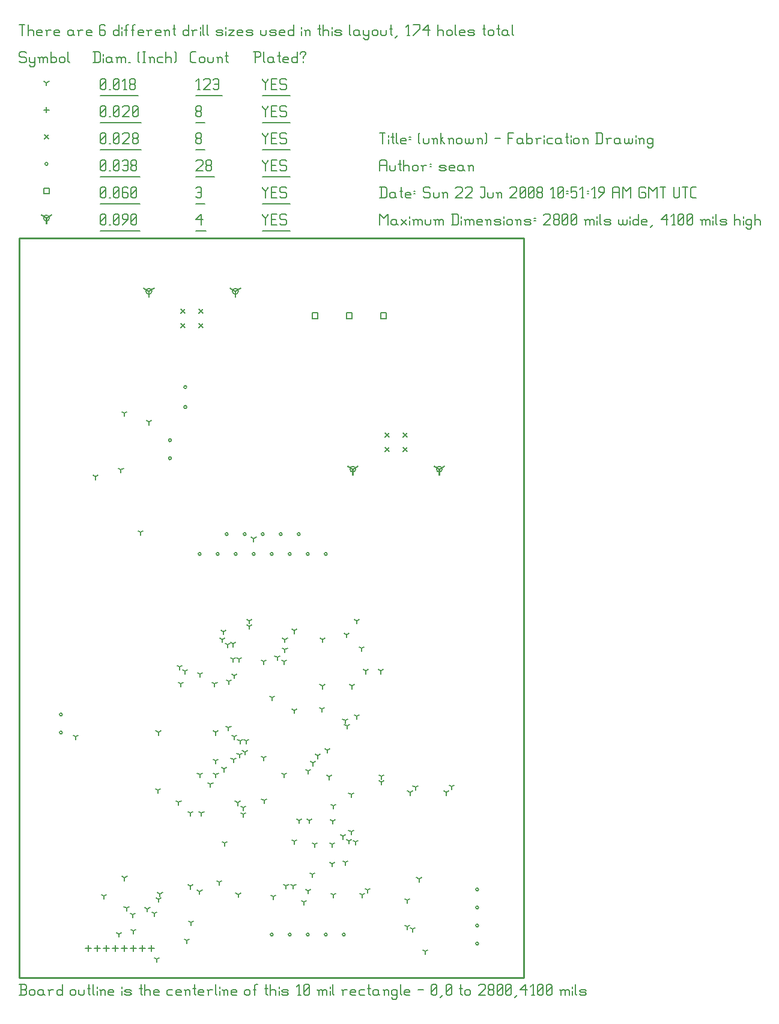
<source format=gbr>
G04 start of page 9 for group -3984 idx -3984
G04 Title: (unknown), fab *
G04 Creator: pcb 20080202 *
G04 CreationDate: Sun 22 Jun 2008 10:51:19 AM GMT UTC *
G04 For: sean *
G04 Format: Gerber/RS-274X *
G04 PCB-Dimensions: 280000 410000 *
G04 PCB-Coordinate-Origin: lower left *
%MOIN*%
%FSLAX24Y24*%
%LNFAB*%
%ADD11C,0.0100*%
%ADD54R,0.0080X0.0080*%
%ADD55C,0.0060*%
G54D54*X23300Y28200D02*Y27880D01*
G54D12*G36*
X23245Y28214D02*X23591Y28414D01*
X23631Y28345D01*
X23285Y28145D01*
X23245Y28214D01*
G37*
G54D54*G54D12*G36*
X23314Y28145D02*X22968Y28345D01*
X23008Y28414D01*
X23354Y28214D01*
X23314Y28145D01*
G37*
G54D54*X23140Y28200D02*G75*G03X23460Y28200I160J0D01*G01*
G75*G03X23140Y28200I-160J0D01*G01*
X18500D02*Y27880D01*
G54D12*G36*
X18445Y28214D02*X18791Y28414D01*
X18831Y28345D01*
X18485Y28145D01*
X18445Y28214D01*
G37*
G54D54*G54D12*G36*
X18514Y28145D02*X18168Y28345D01*
X18208Y28414D01*
X18554Y28214D01*
X18514Y28145D01*
G37*
G54D54*X18340Y28200D02*G75*G03X18660Y28200I160J0D01*G01*
G75*G03X18340Y28200I-160J0D01*G01*
X7180Y38060D02*Y37740D01*
G54D12*G36*
X7125Y38074D02*X7471Y38274D01*
X7511Y38205D01*
X7165Y38005D01*
X7125Y38074D01*
G37*
G54D54*G54D12*G36*
X7194Y38005D02*X6848Y38205D01*
X6888Y38274D01*
X7234Y38074D01*
X7194Y38005D01*
G37*
G54D54*X7020Y38060D02*G75*G03X7340Y38060I160J0D01*G01*
G75*G03X7020Y38060I-160J0D01*G01*
X11980D02*Y37740D01*
G54D12*G36*
X11925Y38074D02*X12271Y38274D01*
X12311Y38205D01*
X11965Y38005D01*
X11925Y38074D01*
G37*
G54D54*G54D12*G36*
X11994Y38005D02*X11648Y38205D01*
X11688Y38274D01*
X12034Y38074D01*
X11994Y38005D01*
G37*
G54D54*X11820Y38060D02*G75*G03X12140Y38060I160J0D01*G01*
G75*G03X11820Y38060I-160J0D01*G01*
X1500Y42125D02*Y41805D01*
G54D12*G36*
X1445Y42139D02*X1791Y42339D01*
X1831Y42270D01*
X1485Y42070D01*
X1445Y42139D01*
G37*
G54D54*G54D12*G36*
X1514Y42070D02*X1168Y42270D01*
X1208Y42339D01*
X1554Y42139D01*
X1514Y42070D01*
G37*
G54D54*X1340Y42125D02*G75*G03X1660Y42125I160J0D01*G01*
G75*G03X1340Y42125I-160J0D01*G01*
G54D55*X13500Y42350D02*Y42275D01*
X13650Y42125D01*
X13800Y42275D01*
Y42350D02*Y42275D01*
X13650Y42125D02*Y41750D01*
X13980Y42050D02*X14205D01*
X13980Y41750D02*X14280D01*
X13980Y42350D02*Y41750D01*
Y42350D02*X14280D01*
X14760D02*X14835Y42275D01*
X14535Y42350D02*X14760D01*
X14460Y42275D02*X14535Y42350D01*
X14460Y42275D02*Y42125D01*
X14535Y42050D01*
X14760D01*
X14835Y41975D01*
Y41825D01*
X14760Y41750D02*X14835Y41825D01*
X14535Y41750D02*X14760D01*
X14460Y41825D02*X14535Y41750D01*
X13500Y41424D02*X15015D01*
X9800Y42050D02*X10100Y42350D01*
X9800Y42050D02*X10175D01*
X10100Y42350D02*Y41750D01*
X9800Y41424D02*X10355D01*
X4500Y41825D02*X4575Y41750D01*
X4500Y42275D02*Y41825D01*
Y42275D02*X4575Y42350D01*
X4725D01*
X4800Y42275D01*
Y41825D01*
X4725Y41750D02*X4800Y41825D01*
X4575Y41750D02*X4725D01*
X4500Y41900D02*X4800Y42200D01*
X4980Y41750D02*X5055D01*
X5235Y41825D02*X5310Y41750D01*
X5235Y42275D02*Y41825D01*
Y42275D02*X5310Y42350D01*
X5460D01*
X5535Y42275D01*
Y41825D01*
X5460Y41750D02*X5535Y41825D01*
X5310Y41750D02*X5460D01*
X5235Y41900D02*X5535Y42200D01*
X5715Y41750D02*X6015Y42050D01*
Y42275D02*Y42050D01*
X5940Y42350D02*X6015Y42275D01*
X5790Y42350D02*X5940D01*
X5715Y42275D02*X5790Y42350D01*
X5715Y42275D02*Y42125D01*
X5790Y42050D01*
X6015D01*
X6195Y41825D02*X6270Y41750D01*
X6195Y42275D02*Y41825D01*
Y42275D02*X6270Y42350D01*
X6420D01*
X6495Y42275D01*
Y41825D01*
X6420Y41750D02*X6495Y41825D01*
X6270Y41750D02*X6420D01*
X6195Y41900D02*X6495Y42200D01*
X4500Y41424D02*X6675D01*
X16240Y36860D02*X16560D01*
X16240D02*Y36540D01*
X16560D01*
Y36860D02*Y36540D01*
X18140Y36860D02*X18460D01*
X18140D02*Y36540D01*
X18460D01*
Y36860D02*Y36540D01*
X20040Y36860D02*X20360D01*
X20040D02*Y36540D01*
X20360D01*
Y36860D02*Y36540D01*
X1340Y43785D02*X1660D01*
X1340D02*Y43465D01*
X1660D01*
Y43785D02*Y43465D01*
X13500Y43850D02*Y43775D01*
X13650Y43625D01*
X13800Y43775D01*
Y43850D02*Y43775D01*
X13650Y43625D02*Y43250D01*
X13980Y43550D02*X14205D01*
X13980Y43250D02*X14280D01*
X13980Y43850D02*Y43250D01*
Y43850D02*X14280D01*
X14760D02*X14835Y43775D01*
X14535Y43850D02*X14760D01*
X14460Y43775D02*X14535Y43850D01*
X14460Y43775D02*Y43625D01*
X14535Y43550D01*
X14760D01*
X14835Y43475D01*
Y43325D01*
X14760Y43250D02*X14835Y43325D01*
X14535Y43250D02*X14760D01*
X14460Y43325D02*X14535Y43250D01*
X13500Y42924D02*X15015D01*
X9800Y43775D02*X9875Y43850D01*
X10025D01*
X10100Y43775D01*
Y43325D01*
X10025Y43250D02*X10100Y43325D01*
X9875Y43250D02*X10025D01*
X9800Y43325D02*X9875Y43250D01*
Y43550D02*X10100D01*
X9800Y42924D02*X10280D01*
X4500Y43325D02*X4575Y43250D01*
X4500Y43775D02*Y43325D01*
Y43775D02*X4575Y43850D01*
X4725D01*
X4800Y43775D01*
Y43325D01*
X4725Y43250D02*X4800Y43325D01*
X4575Y43250D02*X4725D01*
X4500Y43400D02*X4800Y43700D01*
X4980Y43250D02*X5055D01*
X5235Y43325D02*X5310Y43250D01*
X5235Y43775D02*Y43325D01*
Y43775D02*X5310Y43850D01*
X5460D01*
X5535Y43775D01*
Y43325D01*
X5460Y43250D02*X5535Y43325D01*
X5310Y43250D02*X5460D01*
X5235Y43400D02*X5535Y43700D01*
X5940Y43850D02*X6015Y43775D01*
X5790Y43850D02*X5940D01*
X5715Y43775D02*X5790Y43850D01*
X5715Y43775D02*Y43325D01*
X5790Y43250D01*
X5940Y43550D02*X6015Y43475D01*
X5715Y43550D02*X5940D01*
X5790Y43250D02*X5940D01*
X6015Y43325D01*
Y43475D02*Y43325D01*
X6195D02*X6270Y43250D01*
X6195Y43775D02*Y43325D01*
Y43775D02*X6270Y43850D01*
X6420D01*
X6495Y43775D01*
Y43325D01*
X6420Y43250D02*X6495Y43325D01*
X6270Y43250D02*X6420D01*
X6195Y43400D02*X6495Y43700D01*
X4500Y42924D02*X6675D01*
X9920Y23500D02*G75*G03X10080Y23500I80J0D01*G01*
G75*G03X9920Y23500I-80J0D01*G01*
X10920D02*G75*G03X11080Y23500I80J0D01*G01*
G75*G03X10920Y23500I-80J0D01*G01*
X11920D02*G75*G03X12080Y23500I80J0D01*G01*
G75*G03X11920Y23500I-80J0D01*G01*
X12920D02*G75*G03X13080Y23500I80J0D01*G01*
G75*G03X12920Y23500I-80J0D01*G01*
X13920D02*G75*G03X14080Y23500I80J0D01*G01*
G75*G03X13920Y23500I-80J0D01*G01*
X14920D02*G75*G03X15080Y23500I80J0D01*G01*
G75*G03X14920Y23500I-80J0D01*G01*
X15920D02*G75*G03X16080Y23500I80J0D01*G01*
G75*G03X15920Y23500I-80J0D01*G01*
X16920D02*G75*G03X17080Y23500I80J0D01*G01*
G75*G03X16920Y23500I-80J0D01*G01*
X11420Y24600D02*G75*G03X11580Y24600I80J0D01*G01*
G75*G03X11420Y24600I-80J0D01*G01*
X12420D02*G75*G03X12580Y24600I80J0D01*G01*
G75*G03X12420Y24600I-80J0D01*G01*
X13420D02*G75*G03X13580Y24600I80J0D01*G01*
G75*G03X13420Y24600I-80J0D01*G01*
X14420D02*G75*G03X14580Y24600I80J0D01*G01*
G75*G03X14420Y24600I-80J0D01*G01*
X15420D02*G75*G03X15580Y24600I80J0D01*G01*
G75*G03X15420Y24600I-80J0D01*G01*
X9126Y31647D02*G75*G03X9286Y31647I80J0D01*G01*
G75*G03X9126Y31647I-80J0D01*G01*
X17920Y2400D02*G75*G03X18080Y2400I80J0D01*G01*
G75*G03X17920Y2400I-80J0D01*G01*
X16920D02*G75*G03X17080Y2400I80J0D01*G01*
G75*G03X16920Y2400I-80J0D01*G01*
X15920D02*G75*G03X16080Y2400I80J0D01*G01*
G75*G03X15920Y2400I-80J0D01*G01*
X14920D02*G75*G03X15080Y2400I80J0D01*G01*
G75*G03X14920Y2400I-80J0D01*G01*
X13920D02*G75*G03X14080Y2400I80J0D01*G01*
G75*G03X13920Y2400I-80J0D01*G01*
X9120Y32750D02*G75*G03X9280Y32750I80J0D01*G01*
G75*G03X9120Y32750I-80J0D01*G01*
X25320Y4900D02*G75*G03X25480Y4900I80J0D01*G01*
G75*G03X25320Y4900I-80J0D01*G01*
Y3900D02*G75*G03X25480Y3900I80J0D01*G01*
G75*G03X25320Y3900I-80J0D01*G01*
Y2900D02*G75*G03X25480Y2900I80J0D01*G01*
G75*G03X25320Y2900I-80J0D01*G01*
Y1900D02*G75*G03X25480Y1900I80J0D01*G01*
G75*G03X25320Y1900I-80J0D01*G01*
X8270Y28800D02*G75*G03X8430Y28800I80J0D01*G01*
G75*G03X8270Y28800I-80J0D01*G01*
Y29800D02*G75*G03X8430Y29800I80J0D01*G01*
G75*G03X8270Y29800I-80J0D01*G01*
X2220Y14600D02*G75*G03X2380Y14600I80J0D01*G01*
G75*G03X2220Y14600I-80J0D01*G01*
Y13600D02*G75*G03X2380Y13600I80J0D01*G01*
G75*G03X2220Y13600I-80J0D01*G01*
X1420Y45125D02*G75*G03X1580Y45125I80J0D01*G01*
G75*G03X1420Y45125I-80J0D01*G01*
X13500Y45350D02*Y45275D01*
X13650Y45125D01*
X13800Y45275D01*
Y45350D02*Y45275D01*
X13650Y45125D02*Y44750D01*
X13980Y45050D02*X14205D01*
X13980Y44750D02*X14280D01*
X13980Y45350D02*Y44750D01*
Y45350D02*X14280D01*
X14760D02*X14835Y45275D01*
X14535Y45350D02*X14760D01*
X14460Y45275D02*X14535Y45350D01*
X14460Y45275D02*Y45125D01*
X14535Y45050D01*
X14760D01*
X14835Y44975D01*
Y44825D01*
X14760Y44750D02*X14835Y44825D01*
X14535Y44750D02*X14760D01*
X14460Y44825D02*X14535Y44750D01*
X13500Y44424D02*X15015D01*
X9800Y45275D02*X9875Y45350D01*
X10100D01*
X10175Y45275D01*
Y45125D01*
X9800Y44750D02*X10175Y45125D01*
X9800Y44750D02*X10175D01*
X10355Y44825D02*X10430Y44750D01*
X10355Y44975D02*Y44825D01*
Y44975D02*X10430Y45050D01*
X10580D01*
X10655Y44975D01*
Y44825D01*
X10580Y44750D02*X10655Y44825D01*
X10430Y44750D02*X10580D01*
X10355Y45125D02*X10430Y45050D01*
X10355Y45275D02*Y45125D01*
Y45275D02*X10430Y45350D01*
X10580D01*
X10655Y45275D01*
Y45125D01*
X10580Y45050D02*X10655Y45125D01*
X9800Y44424D02*X10835D01*
X4500Y44825D02*X4575Y44750D01*
X4500Y45275D02*Y44825D01*
Y45275D02*X4575Y45350D01*
X4725D01*
X4800Y45275D01*
Y44825D01*
X4725Y44750D02*X4800Y44825D01*
X4575Y44750D02*X4725D01*
X4500Y44900D02*X4800Y45200D01*
X4980Y44750D02*X5055D01*
X5235Y44825D02*X5310Y44750D01*
X5235Y45275D02*Y44825D01*
Y45275D02*X5310Y45350D01*
X5460D01*
X5535Y45275D01*
Y44825D01*
X5460Y44750D02*X5535Y44825D01*
X5310Y44750D02*X5460D01*
X5235Y44900D02*X5535Y45200D01*
X5715Y45275D02*X5790Y45350D01*
X5940D01*
X6015Y45275D01*
Y44825D01*
X5940Y44750D02*X6015Y44825D01*
X5790Y44750D02*X5940D01*
X5715Y44825D02*X5790Y44750D01*
Y45050D02*X6015D01*
X6195Y44825D02*X6270Y44750D01*
X6195Y44975D02*Y44825D01*
Y44975D02*X6270Y45050D01*
X6420D01*
X6495Y44975D01*
Y44825D01*
X6420Y44750D02*X6495Y44825D01*
X6270Y44750D02*X6420D01*
X6195Y45125D02*X6270Y45050D01*
X6195Y45275D02*Y45125D01*
Y45275D02*X6270Y45350D01*
X6420D01*
X6495Y45275D01*
Y45125D01*
X6420Y45050D02*X6495Y45125D01*
X4500Y44424D02*X6675D01*
X21280Y30220D02*X21520Y29980D01*
X21280D02*X21520Y30220D01*
X20280D02*X20520Y29980D01*
X20280D02*X20520Y30220D01*
X20280Y29420D02*X20520Y29180D01*
X20280D02*X20520Y29420D01*
X21280D02*X21520Y29180D01*
X21280D02*X21520Y29420D01*
X8960Y36280D02*X9200Y36040D01*
X8960D02*X9200Y36280D01*
X9960D02*X10200Y36040D01*
X9960D02*X10200Y36280D01*
X9960Y37080D02*X10200Y36840D01*
X9960D02*X10200Y37080D01*
X8960D02*X9200Y36840D01*
X8960D02*X9200Y37080D01*
X1380Y46745D02*X1620Y46505D01*
X1380D02*X1620Y46745D01*
X13500Y46850D02*Y46775D01*
X13650Y46625D01*
X13800Y46775D01*
Y46850D02*Y46775D01*
X13650Y46625D02*Y46250D01*
X13980Y46550D02*X14205D01*
X13980Y46250D02*X14280D01*
X13980Y46850D02*Y46250D01*
Y46850D02*X14280D01*
X14760D02*X14835Y46775D01*
X14535Y46850D02*X14760D01*
X14460Y46775D02*X14535Y46850D01*
X14460Y46775D02*Y46625D01*
X14535Y46550D01*
X14760D01*
X14835Y46475D01*
Y46325D01*
X14760Y46250D02*X14835Y46325D01*
X14535Y46250D02*X14760D01*
X14460Y46325D02*X14535Y46250D01*
X13500Y45924D02*X15015D01*
X9800Y46325D02*X9875Y46250D01*
X9800Y46475D02*Y46325D01*
Y46475D02*X9875Y46550D01*
X10025D01*
X10100Y46475D01*
Y46325D01*
X10025Y46250D02*X10100Y46325D01*
X9875Y46250D02*X10025D01*
X9800Y46625D02*X9875Y46550D01*
X9800Y46775D02*Y46625D01*
Y46775D02*X9875Y46850D01*
X10025D01*
X10100Y46775D01*
Y46625D01*
X10025Y46550D02*X10100Y46625D01*
X9800Y45924D02*X10280D01*
X4500Y46325D02*X4575Y46250D01*
X4500Y46775D02*Y46325D01*
Y46775D02*X4575Y46850D01*
X4725D01*
X4800Y46775D01*
Y46325D01*
X4725Y46250D02*X4800Y46325D01*
X4575Y46250D02*X4725D01*
X4500Y46400D02*X4800Y46700D01*
X4980Y46250D02*X5055D01*
X5235Y46325D02*X5310Y46250D01*
X5235Y46775D02*Y46325D01*
Y46775D02*X5310Y46850D01*
X5460D01*
X5535Y46775D01*
Y46325D01*
X5460Y46250D02*X5535Y46325D01*
X5310Y46250D02*X5460D01*
X5235Y46400D02*X5535Y46700D01*
X5715Y46775D02*X5790Y46850D01*
X6015D01*
X6090Y46775D01*
Y46625D01*
X5715Y46250D02*X6090Y46625D01*
X5715Y46250D02*X6090D01*
X6270Y46325D02*X6345Y46250D01*
X6270Y46475D02*Y46325D01*
Y46475D02*X6345Y46550D01*
X6495D01*
X6570Y46475D01*
Y46325D01*
X6495Y46250D02*X6570Y46325D01*
X6345Y46250D02*X6495D01*
X6270Y46625D02*X6345Y46550D01*
X6270Y46775D02*Y46625D01*
Y46775D02*X6345Y46850D01*
X6495D01*
X6570Y46775D01*
Y46625D01*
X6495Y46550D02*X6570Y46625D01*
X4500Y45924D02*X6750D01*
X7310Y1800D02*Y1480D01*
X7150Y1640D02*X7470D01*
X6810Y1800D02*Y1480D01*
X6650Y1640D02*X6970D01*
X6310Y1800D02*Y1480D01*
X6150Y1640D02*X6470D01*
X5810Y1800D02*Y1480D01*
X5650Y1640D02*X5970D01*
X5310Y1800D02*Y1480D01*
X5150Y1640D02*X5470D01*
X4810Y1800D02*Y1480D01*
X4650Y1640D02*X4970D01*
X4310Y1800D02*Y1480D01*
X4150Y1640D02*X4470D01*
X3810Y1800D02*Y1480D01*
X3650Y1640D02*X3970D01*
X1500Y48285D02*Y47965D01*
X1340Y48125D02*X1660D01*
X13500Y48350D02*Y48275D01*
X13650Y48125D01*
X13800Y48275D01*
Y48350D02*Y48275D01*
X13650Y48125D02*Y47750D01*
X13980Y48050D02*X14205D01*
X13980Y47750D02*X14280D01*
X13980Y48350D02*Y47750D01*
Y48350D02*X14280D01*
X14760D02*X14835Y48275D01*
X14535Y48350D02*X14760D01*
X14460Y48275D02*X14535Y48350D01*
X14460Y48275D02*Y48125D01*
X14535Y48050D01*
X14760D01*
X14835Y47975D01*
Y47825D01*
X14760Y47750D02*X14835Y47825D01*
X14535Y47750D02*X14760D01*
X14460Y47825D02*X14535Y47750D01*
X13500Y47424D02*X15015D01*
X9800Y47825D02*X9875Y47750D01*
X9800Y47975D02*Y47825D01*
Y47975D02*X9875Y48050D01*
X10025D01*
X10100Y47975D01*
Y47825D01*
X10025Y47750D02*X10100Y47825D01*
X9875Y47750D02*X10025D01*
X9800Y48125D02*X9875Y48050D01*
X9800Y48275D02*Y48125D01*
Y48275D02*X9875Y48350D01*
X10025D01*
X10100Y48275D01*
Y48125D01*
X10025Y48050D02*X10100Y48125D01*
X9800Y47424D02*X10280D01*
X4500Y47825D02*X4575Y47750D01*
X4500Y48275D02*Y47825D01*
Y48275D02*X4575Y48350D01*
X4725D01*
X4800Y48275D01*
Y47825D01*
X4725Y47750D02*X4800Y47825D01*
X4575Y47750D02*X4725D01*
X4500Y47900D02*X4800Y48200D01*
X4980Y47750D02*X5055D01*
X5235Y47825D02*X5310Y47750D01*
X5235Y48275D02*Y47825D01*
Y48275D02*X5310Y48350D01*
X5460D01*
X5535Y48275D01*
Y47825D01*
X5460Y47750D02*X5535Y47825D01*
X5310Y47750D02*X5460D01*
X5235Y47900D02*X5535Y48200D01*
X5715Y48275D02*X5790Y48350D01*
X6015D01*
X6090Y48275D01*
Y48125D01*
X5715Y47750D02*X6090Y48125D01*
X5715Y47750D02*X6090D01*
X6270Y47825D02*X6345Y47750D01*
X6270Y48275D02*Y47825D01*
Y48275D02*X6345Y48350D01*
X6495D01*
X6570Y48275D01*
Y47825D01*
X6495Y47750D02*X6570Y47825D01*
X6345Y47750D02*X6495D01*
X6270Y47900D02*X6570Y48200D01*
X4500Y47424D02*X6750D01*
X14800Y5100D02*Y4940D01*
Y5100D02*X14938Y5180D01*
X14800Y5100D02*X14661Y5180D01*
X15200Y5100D02*Y4940D01*
Y5100D02*X15338Y5180D01*
X15200Y5100D02*X15061Y5180D01*
X21973Y10573D02*Y10413D01*
Y10573D02*X22112Y10653D01*
X21973Y10573D02*X21835Y10653D01*
X23976Y10608D02*Y10448D01*
Y10608D02*X24115Y10688D01*
X23976Y10608D02*X23838Y10688D01*
X10009Y16845D02*Y16685D01*
Y16845D02*X10148Y16925D01*
X10009Y16845D02*X9871Y16925D01*
X5815Y31300D02*Y31140D01*
Y31300D02*X5953Y31380D01*
X5815Y31300D02*X5676Y31380D01*
X22518Y1470D02*Y1310D01*
Y1470D02*X22656Y1550D01*
X22518Y1470D02*X22379Y1550D01*
X11095Y5299D02*Y5139D01*
Y5299D02*X11234Y5379D01*
X11095Y5299D02*X10956Y5379D01*
X12140Y4620D02*Y4460D01*
Y4620D02*X12278Y4700D01*
X12140Y4620D02*X12001Y4700D01*
X11363Y11580D02*Y11420D01*
Y11580D02*X11501Y11660D01*
X11363Y11580D02*X11224Y11660D01*
X11253Y18754D02*Y18594D01*
Y18754D02*X11391Y18834D01*
X11253Y18754D02*X11114Y18834D01*
X12177Y17664D02*Y17504D01*
Y17664D02*X12315Y17744D01*
X12177Y17664D02*X12038Y17744D01*
X4219Y27780D02*Y27620D01*
Y27780D02*X4358Y27860D01*
X4219Y27780D02*X4081Y27860D01*
X5635Y28170D02*Y28010D01*
Y28170D02*X5773Y28250D01*
X5635Y28170D02*X5496Y28250D01*
X11385Y7475D02*Y7315D01*
Y7475D02*X11524Y7555D01*
X11385Y7475D02*X11246Y7555D01*
X15255Y7575D02*Y7415D01*
Y7575D02*X15393Y7655D01*
X15255Y7575D02*X15116Y7655D01*
X17430Y9535D02*Y9375D01*
Y9535D02*X17568Y9615D01*
X17430Y9535D02*X17291Y9615D01*
X18405Y10175D02*Y10015D01*
Y10175D02*X18543Y10255D01*
X18405Y10175D02*X18266Y10255D01*
X19220Y17018D02*Y16858D01*
Y17018D02*X19358Y17098D01*
X19220Y17018D02*X19081Y17098D01*
X20050Y17018D02*Y16858D01*
Y17018D02*X20188Y17098D01*
X20050Y17018D02*X19911Y17098D01*
X18976Y18261D02*Y18101D01*
Y18261D02*X19114Y18341D01*
X18976Y18261D02*X18837Y18341D01*
X18451Y16180D02*Y16020D01*
Y16180D02*X18589Y16260D01*
X18451Y16180D02*X18312Y16260D01*
X14736Y18194D02*Y18034D01*
Y18194D02*X14875Y18274D01*
X14736Y18194D02*X14597Y18274D01*
X14736Y18754D02*Y18594D01*
Y18754D02*X14875Y18834D01*
X14736Y18754D02*X14597Y18834D01*
X16825Y18754D02*Y18594D01*
Y18754D02*X16963Y18834D01*
X16825Y18754D02*X16686Y18834D01*
X16807Y16180D02*Y16020D01*
Y16180D02*X16945Y16260D01*
X16807Y16180D02*X16668Y16260D01*
X14306Y17774D02*Y17614D01*
Y17774D02*X14445Y17854D01*
X14306Y17774D02*X14168Y17854D01*
X14010Y15540D02*Y15380D01*
Y15540D02*X14148Y15620D01*
X14010Y15540D02*X13871Y15620D01*
X9480Y9131D02*Y8971D01*
Y9131D02*X9618Y9211D01*
X9480Y9131D02*X9341Y9211D01*
X10100Y9131D02*Y8971D01*
Y9131D02*X10238Y9211D01*
X10100Y9131D02*X9961Y9211D01*
X6279Y3510D02*Y3350D01*
Y3510D02*X6417Y3590D01*
X6279Y3510D02*X6140Y3590D01*
X6308Y2611D02*Y2451D01*
Y2611D02*X6447Y2691D01*
X6308Y2611D02*X6170Y2691D01*
X7620Y1039D02*Y879D01*
Y1039D02*X7758Y1119D01*
X7620Y1039D02*X7481Y1119D01*
X5833Y5550D02*Y5390D01*
Y5550D02*X5972Y5630D01*
X5833Y5550D02*X5694Y5630D01*
X7480Y3560D02*Y3400D01*
Y3560D02*X7618Y3640D01*
X7480Y3560D02*X7341Y3640D01*
X4683Y4538D02*Y4378D01*
Y4538D02*X4822Y4618D01*
X4683Y4538D02*X4545Y4618D01*
X7100Y3820D02*Y3660D01*
Y3820D02*X7238Y3900D01*
X7100Y3820D02*X6961Y3900D01*
X7800Y4658D02*Y4498D01*
Y4658D02*X7938Y4738D01*
X7800Y4658D02*X7661Y4738D01*
X9520Y3060D02*Y2900D01*
Y3060D02*X9658Y3140D01*
X9520Y3060D02*X9381Y3140D01*
X5940Y3878D02*Y3718D01*
Y3878D02*X6079Y3958D01*
X5940Y3878D02*X5801Y3958D01*
X5510Y2420D02*Y2260D01*
Y2420D02*X5648Y2500D01*
X5510Y2420D02*X5371Y2500D01*
X7720Y4358D02*Y4198D01*
Y4358D02*X7858Y4438D01*
X7720Y4358D02*X7581Y4438D01*
X15248Y14820D02*Y14660D01*
Y14820D02*X15386Y14900D01*
X15248Y14820D02*X15109Y14900D01*
X15248Y19248D02*Y19088D01*
Y19248D02*X15386Y19328D01*
X15248Y19248D02*X15109Y19328D01*
X11314Y19187D02*Y19027D01*
Y19187D02*X11452Y19267D01*
X11314Y19187D02*X11175Y19267D01*
X11920Y13374D02*Y13214D01*
Y13374D02*X12058Y13454D01*
X11920Y13374D02*X11781Y13454D01*
X3129Y13374D02*Y13214D01*
Y13374D02*X3268Y13454D01*
X3129Y13374D02*X2991Y13454D01*
X20083Y11175D02*Y11015D01*
Y11175D02*X20222Y11255D01*
X20083Y11175D02*X19945Y11255D01*
X20083Y10855D02*Y10695D01*
Y10855D02*X20222Y10935D01*
X20083Y10855D02*X19945Y10935D01*
X17376Y8692D02*Y8532D01*
Y8692D02*X17515Y8772D01*
X17376Y8692D02*X17238Y8772D01*
X17345Y7395D02*Y7235D01*
Y7395D02*X17483Y7475D01*
X17345Y7395D02*X17206Y7475D01*
X21524Y2830D02*Y2670D01*
Y2830D02*X21663Y2910D01*
X21524Y2830D02*X21386Y2910D01*
X9480Y5080D02*Y4920D01*
Y5080D02*X9618Y5160D01*
X9480Y5080D02*X9341Y5160D01*
X18172Y13965D02*Y13805D01*
Y13965D02*X18311Y14045D01*
X18172Y13965D02*X18033Y14045D01*
X21824Y2706D02*Y2546D01*
Y2706D02*X21963Y2786D01*
X21824Y2706D02*X21686Y2786D01*
X17420Y4603D02*Y4443D01*
Y4603D02*X17558Y4683D01*
X17420Y4603D02*X17281Y4683D01*
X19021Y4603D02*Y4443D01*
Y4603D02*X19160Y4683D01*
X19021Y4603D02*X18883Y4683D01*
X16020Y4820D02*Y4660D01*
Y4820D02*X16158Y4900D01*
X16020Y4820D02*X15881Y4900D01*
X19321Y4860D02*Y4700D01*
Y4860D02*X19460Y4940D01*
X19321Y4860D02*X19183Y4940D01*
X21673Y10281D02*Y10121D01*
Y10281D02*X21812Y10361D01*
X21673Y10281D02*X21535Y10361D01*
X23686Y10281D02*Y10121D01*
Y10281D02*X23825Y10361D01*
X23686Y10281D02*X23547Y10361D01*
X6710Y24699D02*Y24539D01*
Y24699D02*X6848Y24779D01*
X6710Y24699D02*X6571Y24779D01*
X7195Y30817D02*Y30657D01*
Y30817D02*X7334Y30897D01*
X7195Y30817D02*X7057Y30897D01*
X22173Y5482D02*Y5322D01*
Y5482D02*X22312Y5562D01*
X22173Y5482D02*X22035Y5562D01*
X15780Y4199D02*Y4039D01*
Y4199D02*X15918Y4279D01*
X15780Y4199D02*X15641Y4279D01*
X17350Y6325D02*Y6165D01*
Y6325D02*X17488Y6405D01*
X17350Y6325D02*X17211Y6405D01*
X21509Y4309D02*Y4149D01*
Y4309D02*X21648Y4389D01*
X21509Y4309D02*X21371Y4389D01*
X10000Y4789D02*Y4629D01*
Y4789D02*X10138Y4869D01*
X10000Y4789D02*X9861Y4869D01*
X11854Y17664D02*Y17504D01*
Y17664D02*X11992Y17744D01*
X11854Y17664D02*X11715Y17744D01*
X11854Y18514D02*Y18354D01*
Y18514D02*X11993Y18594D01*
X11854Y18514D02*X11715Y18594D01*
X11630Y16441D02*Y16281D01*
Y16441D02*X11768Y16521D01*
X11630Y16441D02*X11491Y16521D01*
X12747Y19488D02*Y19328D01*
Y19488D02*X12885Y19568D01*
X12747Y19488D02*X12608Y19568D01*
X8890Y17240D02*Y17080D01*
Y17240D02*X9029Y17320D01*
X8890Y17240D02*X8752Y17320D01*
X8950Y16311D02*Y16151D01*
Y16311D02*X9089Y16391D01*
X8950Y16311D02*X8812Y16391D01*
X10833Y16311D02*Y16151D01*
Y16311D02*X10971Y16391D01*
X10833Y16311D02*X10694Y16391D01*
X12747Y19788D02*Y19628D01*
Y19788D02*X12885Y19868D01*
X12747Y19788D02*X12608Y19868D01*
X18710Y19787D02*Y19627D01*
Y19787D02*X18849Y19867D01*
X18710Y19787D02*X18572Y19867D01*
X18710Y14505D02*Y14345D01*
Y14505D02*X18849Y14585D01*
X18710Y14505D02*X18572Y14585D01*
X11915Y16759D02*Y16599D01*
Y16759D02*X12054Y16839D01*
X11915Y16759D02*X11777Y16839D01*
X11554Y18461D02*Y18301D01*
Y18461D02*X11692Y18541D01*
X11554Y18461D02*X11415Y18541D01*
X18155Y19021D02*Y18861D01*
Y19021D02*X18293Y19101D01*
X18155Y19021D02*X18016Y19101D01*
X18075Y14265D02*Y14105D01*
Y14265D02*X18213Y14345D01*
X18075Y14265D02*X17936Y14345D01*
X12587Y13135D02*Y12975D01*
Y13135D02*X12725Y13215D01*
X12587Y13135D02*X12448Y13215D01*
X12505Y12520D02*Y12360D01*
Y12520D02*X12643Y12600D01*
X12505Y12520D02*X12366Y12600D01*
X13554Y17534D02*Y17374D01*
Y17534D02*X13692Y17614D01*
X13554Y17534D02*X13415Y17614D01*
X13554Y12210D02*Y12050D01*
Y12210D02*X13692Y12290D01*
X13554Y12210D02*X13415Y12290D01*
X12237Y13135D02*Y12975D01*
Y13135D02*X12376Y13215D01*
X12237Y13135D02*X12099Y13215D01*
X12205Y12370D02*Y12210D01*
Y12370D02*X12343Y12450D01*
X12205Y12370D02*X12066Y12450D01*
X12422Y9430D02*Y9270D01*
Y9430D02*X12561Y9510D01*
X12422Y9430D02*X12284Y9510D01*
X11603Y13864D02*Y13704D01*
Y13864D02*X11741Y13944D01*
X11603Y13864D02*X11464Y13944D01*
X12106Y9717D02*Y9557D01*
Y9717D02*X12245Y9797D01*
X12106Y9717D02*X11967Y9797D01*
X10900Y11277D02*Y11117D01*
Y11277D02*X11038Y11357D01*
X10900Y11277D02*X10761Y11357D01*
X10004Y11277D02*Y11117D01*
Y11277D02*X10143Y11357D01*
X10004Y11277D02*X9865Y11357D01*
X9190Y17000D02*Y16840D01*
Y17000D02*X9329Y17080D01*
X9190Y17000D02*X9052Y17080D01*
X12431Y9073D02*Y8913D01*
Y9073D02*X12569Y9153D01*
X12431Y9073D02*X12292Y9153D01*
X17097Y12620D02*Y12460D01*
Y12620D02*X17236Y12700D01*
X17097Y12620D02*X16958Y12700D01*
X16552Y12317D02*Y12157D01*
Y12317D02*X16691Y12397D01*
X16552Y12317D02*X16413Y12397D01*
X16292Y11915D02*Y11755D01*
Y11915D02*X16431Y11995D01*
X16292Y11915D02*X16153Y11995D01*
X16031Y11469D02*Y11309D01*
Y11469D02*X16169Y11549D01*
X16031Y11469D02*X15892Y11549D01*
X17963Y7847D02*Y7687D01*
Y7847D02*X18101Y7927D01*
X17963Y7847D02*X17824Y7927D01*
X18645Y7527D02*Y7367D01*
Y7527D02*X18783Y7607D01*
X18645Y7527D02*X18506Y7607D01*
X18290Y7591D02*Y7431D01*
Y7591D02*X18428Y7671D01*
X18290Y7591D02*X18151Y7671D01*
X18085Y6404D02*Y6244D01*
Y6404D02*X18223Y6484D01*
X18085Y6404D02*X17946Y6484D01*
X13000Y24350D02*Y24190D01*
Y24350D02*X13138Y24430D01*
X13000Y24350D02*X12861Y24430D01*
X7707Y13619D02*Y13459D01*
Y13619D02*X7845Y13699D01*
X7707Y13619D02*X7568Y13699D01*
X10600Y10731D02*Y10571D01*
Y10731D02*X10738Y10811D01*
X10600Y10731D02*X10461Y10811D01*
X14675Y11260D02*Y11100D01*
Y11260D02*X14814Y11340D01*
X14675Y11260D02*X14537Y11340D01*
X14675Y17533D02*Y17373D01*
Y17533D02*X14814Y17613D01*
X14675Y17533D02*X14537Y17613D01*
X17190Y11150D02*Y10990D01*
Y11150D02*X17328Y11230D01*
X17190Y11150D02*X17051Y11230D01*
X16792Y14900D02*Y14740D01*
Y14900D02*X16931Y14980D01*
X16792Y14900D02*X16653Y14980D01*
X9280Y2060D02*Y1900D01*
Y2060D02*X9418Y2140D01*
X9280Y2060D02*X9141Y2140D01*
X18405Y8100D02*Y7940D01*
Y8100D02*X18543Y8180D01*
X18405Y8100D02*X18266Y8180D01*
X8834Y9729D02*Y9569D01*
Y9729D02*X8973Y9809D01*
X8834Y9729D02*X8696Y9809D01*
X16090Y8720D02*Y8560D01*
Y8720D02*X16228Y8800D01*
X16090Y8720D02*X15951Y8800D01*
X15512Y8720D02*Y8560D01*
Y8720D02*X15651Y8800D01*
X15512Y8720D02*X15373Y8800D01*
X13575Y9840D02*Y9680D01*
Y9840D02*X13713Y9920D01*
X13575Y9840D02*X13436Y9920D01*
X11874Y12110D02*Y11950D01*
Y12110D02*X12012Y12190D01*
X11874Y12110D02*X11735Y12190D01*
X10890Y12029D02*Y11869D01*
Y12029D02*X11028Y12109D01*
X10890Y12029D02*X10751Y12109D01*
X10890Y13619D02*Y13459D01*
Y13619D02*X11028Y13699D01*
X10890Y13619D02*X10751Y13699D01*
X7690Y10400D02*Y10240D01*
Y10400D02*X7828Y10480D01*
X7690Y10400D02*X7551Y10480D01*
X14081Y4509D02*Y4349D01*
Y4509D02*X14219Y4589D01*
X14081Y4509D02*X13942Y4589D01*
X16260Y5740D02*Y5580D01*
Y5740D02*X16398Y5820D01*
X16260Y5740D02*X16121Y5820D01*
X16389Y7395D02*Y7235D01*
Y7395D02*X16528Y7475D01*
X16389Y7395D02*X16251Y7475D01*
X1500Y49625D02*Y49465D01*
Y49625D02*X1638Y49705D01*
X1500Y49625D02*X1361Y49705D01*
X13500Y49850D02*Y49775D01*
X13650Y49625D01*
X13800Y49775D01*
Y49850D02*Y49775D01*
X13650Y49625D02*Y49250D01*
X13980Y49550D02*X14205D01*
X13980Y49250D02*X14280D01*
X13980Y49850D02*Y49250D01*
Y49850D02*X14280D01*
X14760D02*X14835Y49775D01*
X14535Y49850D02*X14760D01*
X14460Y49775D02*X14535Y49850D01*
X14460Y49775D02*Y49625D01*
X14535Y49550D01*
X14760D01*
X14835Y49475D01*
Y49325D01*
X14760Y49250D02*X14835Y49325D01*
X14535Y49250D02*X14760D01*
X14460Y49325D02*X14535Y49250D01*
X13500Y48924D02*X15015D01*
X9875Y49250D02*X10025D01*
X9950Y49850D02*Y49250D01*
X9800Y49700D02*X9950Y49850D01*
X10205Y49775D02*X10280Y49850D01*
X10505D01*
X10580Y49775D01*
Y49625D01*
X10205Y49250D02*X10580Y49625D01*
X10205Y49250D02*X10580D01*
X10760Y49775D02*X10835Y49850D01*
X10985D01*
X11060Y49775D01*
Y49325D01*
X10985Y49250D02*X11060Y49325D01*
X10835Y49250D02*X10985D01*
X10760Y49325D02*X10835Y49250D01*
Y49550D02*X11060D01*
X9800Y48924D02*X11240D01*
X4500Y49325D02*X4575Y49250D01*
X4500Y49775D02*Y49325D01*
Y49775D02*X4575Y49850D01*
X4725D01*
X4800Y49775D01*
Y49325D01*
X4725Y49250D02*X4800Y49325D01*
X4575Y49250D02*X4725D01*
X4500Y49400D02*X4800Y49700D01*
X4980Y49250D02*X5055D01*
X5235Y49325D02*X5310Y49250D01*
X5235Y49775D02*Y49325D01*
Y49775D02*X5310Y49850D01*
X5460D01*
X5535Y49775D01*
Y49325D01*
X5460Y49250D02*X5535Y49325D01*
X5310Y49250D02*X5460D01*
X5235Y49400D02*X5535Y49700D01*
X5790Y49250D02*X5940D01*
X5865Y49850D02*Y49250D01*
X5715Y49700D02*X5865Y49850D01*
X6120Y49325D02*X6195Y49250D01*
X6120Y49475D02*Y49325D01*
Y49475D02*X6195Y49550D01*
X6345D01*
X6420Y49475D01*
Y49325D01*
X6345Y49250D02*X6420Y49325D01*
X6195Y49250D02*X6345D01*
X6120Y49625D02*X6195Y49550D01*
X6120Y49775D02*Y49625D01*
Y49775D02*X6195Y49850D01*
X6345D01*
X6420Y49775D01*
Y49625D01*
X6345Y49550D02*X6420Y49625D01*
X4500Y48924D02*X6600D01*
X300Y51350D02*X375Y51275D01*
X75Y51350D02*X300D01*
X0Y51275D02*X75Y51350D01*
X0Y51275D02*Y51125D01*
X75Y51050D01*
X300D01*
X375Y50975D01*
Y50825D01*
X300Y50750D02*X375Y50825D01*
X75Y50750D02*X300D01*
X0Y50825D02*X75Y50750D01*
X555Y51050D02*Y50825D01*
X630Y50750D01*
X855Y51050D02*Y50600D01*
X780Y50525D02*X855Y50600D01*
X630Y50525D02*X780D01*
X555Y50600D02*X630Y50525D01*
Y50750D02*X780D01*
X855Y50825D01*
X1110Y50975D02*Y50750D01*
Y50975D02*X1185Y51050D01*
X1260D01*
X1335Y50975D01*
Y50750D01*
Y50975D02*X1410Y51050D01*
X1485D01*
X1560Y50975D01*
Y50750D01*
X1035Y51050D02*X1110Y50975D01*
X1740Y51350D02*Y50750D01*
Y50825D02*X1815Y50750D01*
X1965D01*
X2040Y50825D01*
Y50975D02*Y50825D01*
X1965Y51050D02*X2040Y50975D01*
X1815Y51050D02*X1965D01*
X1740Y50975D02*X1815Y51050D01*
X2220Y50975D02*Y50825D01*
Y50975D02*X2295Y51050D01*
X2445D01*
X2520Y50975D01*
Y50825D01*
X2445Y50750D02*X2520Y50825D01*
X2295Y50750D02*X2445D01*
X2220Y50825D02*X2295Y50750D01*
X2700Y51350D02*Y50825D01*
X2775Y50750D01*
X4175Y51350D02*Y50750D01*
X4400Y51350D02*X4475Y51275D01*
Y50825D01*
X4400Y50750D02*X4475Y50825D01*
X4100Y50750D02*X4400D01*
X4100Y51350D02*X4400D01*
X4655Y51200D02*Y51125D01*
Y50975D02*Y50750D01*
X5030Y51050D02*X5105Y50975D01*
X4880Y51050D02*X5030D01*
X4805Y50975D02*X4880Y51050D01*
X4805Y50975D02*Y50825D01*
X4880Y50750D01*
X5105Y51050D02*Y50825D01*
X5180Y50750D01*
X4880D02*X5030D01*
X5105Y50825D01*
X5435Y50975D02*Y50750D01*
Y50975D02*X5510Y51050D01*
X5585D01*
X5660Y50975D01*
Y50750D01*
Y50975D02*X5735Y51050D01*
X5810D01*
X5885Y50975D01*
Y50750D01*
X5360Y51050D02*X5435Y50975D01*
X6065Y50750D02*X6140D01*
X6590Y50825D02*X6665Y50750D01*
X6590Y51275D02*X6665Y51350D01*
X6590Y51275D02*Y50825D01*
X6845Y51350D02*X6995D01*
X6920D02*Y50750D01*
X6845D02*X6995D01*
X7251Y50975D02*Y50750D01*
Y50975D02*X7326Y51050D01*
X7401D01*
X7476Y50975D01*
Y50750D01*
X7176Y51050D02*X7251Y50975D01*
X7731Y51050D02*X7956D01*
X7656Y50975D02*X7731Y51050D01*
X7656Y50975D02*Y50825D01*
X7731Y50750D01*
X7956D01*
X8136Y51350D02*Y50750D01*
Y50975D02*X8211Y51050D01*
X8361D01*
X8436Y50975D01*
Y50750D01*
X8616Y51350D02*X8691Y51275D01*
Y50825D01*
X8616Y50750D02*X8691Y50825D01*
X9575Y50750D02*X9800D01*
X9500Y50825D02*X9575Y50750D01*
X9500Y51275D02*Y50825D01*
Y51275D02*X9575Y51350D01*
X9800D01*
X9980Y50975D02*Y50825D01*
Y50975D02*X10055Y51050D01*
X10205D01*
X10280Y50975D01*
Y50825D01*
X10205Y50750D02*X10280Y50825D01*
X10055Y50750D02*X10205D01*
X9980Y50825D02*X10055Y50750D01*
X10460Y51050D02*Y50825D01*
X10535Y50750D01*
X10685D01*
X10760Y50825D01*
Y51050D02*Y50825D01*
X11015Y50975D02*Y50750D01*
Y50975D02*X11090Y51050D01*
X11165D01*
X11240Y50975D01*
Y50750D01*
X10940Y51050D02*X11015Y50975D01*
X11495Y51350D02*Y50825D01*
X11570Y50750D01*
X11420Y51125D02*X11570D01*
X13075Y51350D02*Y50750D01*
X13000Y51350D02*X13300D01*
X13375Y51275D01*
Y51125D01*
X13300Y51050D02*X13375Y51125D01*
X13075Y51050D02*X13300D01*
X13555Y51350D02*Y50825D01*
X13630Y50750D01*
X14005Y51050D02*X14080Y50975D01*
X13855Y51050D02*X14005D01*
X13780Y50975D02*X13855Y51050D01*
X13780Y50975D02*Y50825D01*
X13855Y50750D01*
X14080Y51050D02*Y50825D01*
X14155Y50750D01*
X13855D02*X14005D01*
X14080Y50825D01*
X14410Y51350D02*Y50825D01*
X14485Y50750D01*
X14335Y51125D02*X14485D01*
X14710Y50750D02*X14935D01*
X14635Y50825D02*X14710Y50750D01*
X14635Y50975D02*Y50825D01*
Y50975D02*X14710Y51050D01*
X14860D01*
X14935Y50975D01*
X14635Y50900D02*X14935D01*
Y50975D02*Y50900D01*
X15415Y51350D02*Y50750D01*
X15340D02*X15415Y50825D01*
X15190Y50750D02*X15340D01*
X15115Y50825D02*X15190Y50750D01*
X15115Y50975D02*Y50825D01*
Y50975D02*X15190Y51050D01*
X15340D01*
X15415Y50975D01*
X15745Y51050D02*Y50975D01*
Y50825D02*Y50750D01*
X15595Y51275D02*Y51200D01*
Y51275D02*X15670Y51350D01*
X15820D01*
X15895Y51275D01*
Y51200D01*
X15745Y51050D02*X15895Y51200D01*
X0Y52850D02*X300D01*
X150D02*Y52250D01*
X480Y52850D02*Y52250D01*
Y52475D02*X555Y52550D01*
X705D01*
X780Y52475D01*
Y52250D01*
X1035D02*X1260D01*
X960Y52325D02*X1035Y52250D01*
X960Y52475D02*Y52325D01*
Y52475D02*X1035Y52550D01*
X1185D01*
X1260Y52475D01*
X960Y52400D02*X1260D01*
Y52475D02*Y52400D01*
X1515Y52475D02*Y52250D01*
Y52475D02*X1590Y52550D01*
X1740D01*
X1440D02*X1515Y52475D01*
X1995Y52250D02*X2220D01*
X1920Y52325D02*X1995Y52250D01*
X1920Y52475D02*Y52325D01*
Y52475D02*X1995Y52550D01*
X2145D01*
X2220Y52475D01*
X1920Y52400D02*X2220D01*
Y52475D02*Y52400D01*
X2895Y52550D02*X2970Y52475D01*
X2745Y52550D02*X2895D01*
X2670Y52475D02*X2745Y52550D01*
X2670Y52475D02*Y52325D01*
X2745Y52250D01*
X2970Y52550D02*Y52325D01*
X3045Y52250D01*
X2745D02*X2895D01*
X2970Y52325D01*
X3300Y52475D02*Y52250D01*
Y52475D02*X3375Y52550D01*
X3525D01*
X3225D02*X3300Y52475D01*
X3781Y52250D02*X4006D01*
X3706Y52325D02*X3781Y52250D01*
X3706Y52475D02*Y52325D01*
Y52475D02*X3781Y52550D01*
X3931D01*
X4006Y52475D01*
X3706Y52400D02*X4006D01*
Y52475D02*Y52400D01*
X4681Y52850D02*X4756Y52775D01*
X4531Y52850D02*X4681D01*
X4456Y52775D02*X4531Y52850D01*
X4456Y52775D02*Y52325D01*
X4531Y52250D01*
X4681Y52550D02*X4756Y52475D01*
X4456Y52550D02*X4681D01*
X4531Y52250D02*X4681D01*
X4756Y52325D01*
Y52475D02*Y52325D01*
X5506Y52850D02*Y52250D01*
X5431D02*X5506Y52325D01*
X5281Y52250D02*X5431D01*
X5206Y52325D02*X5281Y52250D01*
X5206Y52475D02*Y52325D01*
Y52475D02*X5281Y52550D01*
X5431D01*
X5506Y52475D01*
X5686Y52700D02*Y52625D01*
Y52475D02*Y52250D01*
X5911Y52775D02*Y52250D01*
Y52775D02*X5986Y52850D01*
X6061D01*
X5836Y52550D02*X5986D01*
X6286Y52775D02*Y52250D01*
Y52775D02*X6361Y52850D01*
X6436D01*
X6211Y52550D02*X6361D01*
X6661Y52250D02*X6886D01*
X6586Y52325D02*X6661Y52250D01*
X6586Y52475D02*Y52325D01*
Y52475D02*X6661Y52550D01*
X6811D01*
X6886Y52475D01*
X6586Y52400D02*X6886D01*
Y52475D02*Y52400D01*
X7142Y52475D02*Y52250D01*
Y52475D02*X7217Y52550D01*
X7367D01*
X7067D02*X7142Y52475D01*
X7622Y52250D02*X7847D01*
X7547Y52325D02*X7622Y52250D01*
X7547Y52475D02*Y52325D01*
Y52475D02*X7622Y52550D01*
X7772D01*
X7847Y52475D01*
X7547Y52400D02*X7847D01*
Y52475D02*Y52400D01*
X8102Y52475D02*Y52250D01*
Y52475D02*X8177Y52550D01*
X8252D01*
X8327Y52475D01*
Y52250D01*
X8027Y52550D02*X8102Y52475D01*
X8582Y52850D02*Y52325D01*
X8657Y52250D01*
X8507Y52625D02*X8657D01*
X9377Y52850D02*Y52250D01*
X9302D02*X9377Y52325D01*
X9152Y52250D02*X9302D01*
X9077Y52325D02*X9152Y52250D01*
X9077Y52475D02*Y52325D01*
Y52475D02*X9152Y52550D01*
X9302D01*
X9377Y52475D01*
X9632D02*Y52250D01*
Y52475D02*X9707Y52550D01*
X9857D01*
X9557D02*X9632Y52475D01*
X10038Y52700D02*Y52625D01*
Y52475D02*Y52250D01*
X10188Y52850D02*Y52325D01*
X10263Y52250D01*
X10413Y52850D02*Y52325D01*
X10488Y52250D01*
X10983D02*X11208D01*
X11283Y52325D01*
X11208Y52400D02*X11283Y52325D01*
X10983Y52400D02*X11208D01*
X10908Y52475D02*X10983Y52400D01*
X10908Y52475D02*X10983Y52550D01*
X11208D01*
X11283Y52475D01*
X10908Y52325D02*X10983Y52250D01*
X11463Y52700D02*Y52625D01*
Y52475D02*Y52250D01*
X11613Y52550D02*X11913D01*
X11613Y52250D02*X11913Y52550D01*
X11613Y52250D02*X11913D01*
X12168D02*X12393D01*
X12093Y52325D02*X12168Y52250D01*
X12093Y52475D02*Y52325D01*
Y52475D02*X12168Y52550D01*
X12318D01*
X12393Y52475D01*
X12093Y52400D02*X12393D01*
Y52475D02*Y52400D01*
X12649Y52250D02*X12874D01*
X12949Y52325D01*
X12874Y52400D02*X12949Y52325D01*
X12649Y52400D02*X12874D01*
X12574Y52475D02*X12649Y52400D01*
X12574Y52475D02*X12649Y52550D01*
X12874D01*
X12949Y52475D01*
X12574Y52325D02*X12649Y52250D01*
X13399Y52550D02*Y52325D01*
X13474Y52250D01*
X13624D01*
X13699Y52325D01*
Y52550D02*Y52325D01*
X13954Y52250D02*X14179D01*
X14254Y52325D01*
X14179Y52400D02*X14254Y52325D01*
X13954Y52400D02*X14179D01*
X13879Y52475D02*X13954Y52400D01*
X13879Y52475D02*X13954Y52550D01*
X14179D01*
X14254Y52475D01*
X13879Y52325D02*X13954Y52250D01*
X14509D02*X14734D01*
X14434Y52325D02*X14509Y52250D01*
X14434Y52475D02*Y52325D01*
Y52475D02*X14509Y52550D01*
X14659D01*
X14734Y52475D01*
X14434Y52400D02*X14734D01*
Y52475D02*Y52400D01*
X15214Y52850D02*Y52250D01*
X15139D02*X15214Y52325D01*
X14989Y52250D02*X15139D01*
X14914Y52325D02*X14989Y52250D01*
X14914Y52475D02*Y52325D01*
Y52475D02*X14989Y52550D01*
X15139D01*
X15214Y52475D01*
X15664Y52700D02*Y52625D01*
Y52475D02*Y52250D01*
X15889Y52475D02*Y52250D01*
Y52475D02*X15964Y52550D01*
X16039D01*
X16114Y52475D01*
Y52250D01*
X15814Y52550D02*X15889Y52475D01*
X16640Y52850D02*Y52325D01*
X16715Y52250D01*
X16565Y52625D02*X16715D01*
X16865Y52850D02*Y52250D01*
Y52475D02*X16940Y52550D01*
X17090D01*
X17165Y52475D01*
Y52250D01*
X17345Y52700D02*Y52625D01*
Y52475D02*Y52250D01*
X17570D02*X17795D01*
X17870Y52325D01*
X17795Y52400D02*X17870Y52325D01*
X17570Y52400D02*X17795D01*
X17495Y52475D02*X17570Y52400D01*
X17495Y52475D02*X17570Y52550D01*
X17795D01*
X17870Y52475D01*
X17495Y52325D02*X17570Y52250D01*
X18320Y52850D02*Y52325D01*
X18395Y52250D01*
X18770Y52550D02*X18845Y52475D01*
X18620Y52550D02*X18770D01*
X18545Y52475D02*X18620Y52550D01*
X18545Y52475D02*Y52325D01*
X18620Y52250D01*
X18845Y52550D02*Y52325D01*
X18920Y52250D01*
X18620D02*X18770D01*
X18845Y52325D01*
X19101Y52550D02*Y52325D01*
X19176Y52250D01*
X19401Y52550D02*Y52100D01*
X19326Y52025D02*X19401Y52100D01*
X19176Y52025D02*X19326D01*
X19101Y52100D02*X19176Y52025D01*
Y52250D02*X19326D01*
X19401Y52325D01*
X19581Y52475D02*Y52325D01*
Y52475D02*X19656Y52550D01*
X19806D01*
X19881Y52475D01*
Y52325D01*
X19806Y52250D02*X19881Y52325D01*
X19656Y52250D02*X19806D01*
X19581Y52325D02*X19656Y52250D01*
X20061Y52550D02*Y52325D01*
X20136Y52250D01*
X20286D01*
X20361Y52325D01*
Y52550D02*Y52325D01*
X20616Y52850D02*Y52325D01*
X20691Y52250D01*
X20541Y52625D02*X20691D01*
X20841Y52100D02*X20991Y52250D01*
X21516D02*X21666D01*
X21591Y52850D02*Y52250D01*
X21441Y52700D02*X21591Y52850D01*
X21846Y52250D02*X22221Y52625D01*
Y52850D02*Y52625D01*
X21846Y52850D02*X22221D01*
X22402Y52550D02*X22702Y52850D01*
X22402Y52550D02*X22777D01*
X22702Y52850D02*Y52250D01*
X23227Y52850D02*Y52250D01*
Y52475D02*X23302Y52550D01*
X23452D01*
X23527Y52475D01*
Y52250D01*
X23707Y52475D02*Y52325D01*
Y52475D02*X23782Y52550D01*
X23932D01*
X24007Y52475D01*
Y52325D01*
X23932Y52250D02*X24007Y52325D01*
X23782Y52250D02*X23932D01*
X23707Y52325D02*X23782Y52250D01*
X24187Y52850D02*Y52325D01*
X24262Y52250D01*
X24487D02*X24712D01*
X24412Y52325D02*X24487Y52250D01*
X24412Y52475D02*Y52325D01*
Y52475D02*X24487Y52550D01*
X24637D01*
X24712Y52475D01*
X24412Y52400D02*X24712D01*
Y52475D02*Y52400D01*
X24967Y52250D02*X25192D01*
X25267Y52325D01*
X25192Y52400D02*X25267Y52325D01*
X24967Y52400D02*X25192D01*
X24892Y52475D02*X24967Y52400D01*
X24892Y52475D02*X24967Y52550D01*
X25192D01*
X25267Y52475D01*
X24892Y52325D02*X24967Y52250D01*
X25792Y52850D02*Y52325D01*
X25867Y52250D01*
X25717Y52625D02*X25867D01*
X26018Y52475D02*Y52325D01*
Y52475D02*X26093Y52550D01*
X26243D01*
X26318Y52475D01*
Y52325D01*
X26243Y52250D02*X26318Y52325D01*
X26093Y52250D02*X26243D01*
X26018Y52325D02*X26093Y52250D01*
X26573Y52850D02*Y52325D01*
X26648Y52250D01*
X26498Y52625D02*X26648D01*
X27023Y52550D02*X27098Y52475D01*
X26873Y52550D02*X27023D01*
X26798Y52475D02*X26873Y52550D01*
X26798Y52475D02*Y52325D01*
X26873Y52250D01*
X27098Y52550D02*Y52325D01*
X27173Y52250D01*
X26873D02*X27023D01*
X27098Y52325D01*
X27353Y52850D02*Y52325D01*
X27428Y52250D01*
G54D11*X0Y41000D02*X28000D01*
X0D02*Y0D01*
X28000Y41000D02*Y0D01*
X0D02*X28000D01*
G54D55*X20000Y42350D02*Y41750D01*
Y42350D02*X20225Y42125D01*
X20450Y42350D01*
Y41750D01*
X20855Y42050D02*X20930Y41975D01*
X20705Y42050D02*X20855D01*
X20630Y41975D02*X20705Y42050D01*
X20630Y41975D02*Y41825D01*
X20705Y41750D01*
X20930Y42050D02*Y41825D01*
X21005Y41750D01*
X20705D02*X20855D01*
X20930Y41825D01*
X21185Y42050D02*X21485Y41750D01*
X21185D02*X21485Y42050D01*
X21665Y42200D02*Y42125D01*
Y41975D02*Y41750D01*
X21890Y41975D02*Y41750D01*
Y41975D02*X21965Y42050D01*
X22040D01*
X22115Y41975D01*
Y41750D01*
Y41975D02*X22190Y42050D01*
X22265D01*
X22340Y41975D01*
Y41750D01*
X21815Y42050D02*X21890Y41975D01*
X22520Y42050D02*Y41825D01*
X22595Y41750D01*
X22745D01*
X22820Y41825D01*
Y42050D02*Y41825D01*
X23075Y41975D02*Y41750D01*
Y41975D02*X23150Y42050D01*
X23225D01*
X23300Y41975D01*
Y41750D01*
Y41975D02*X23375Y42050D01*
X23450D01*
X23525Y41975D01*
Y41750D01*
X23000Y42050D02*X23075Y41975D01*
X24051Y42350D02*Y41750D01*
X24276Y42350D02*X24351Y42275D01*
Y41825D01*
X24276Y41750D02*X24351Y41825D01*
X23976Y41750D02*X24276D01*
X23976Y42350D02*X24276D01*
X24531Y42200D02*Y42125D01*
Y41975D02*Y41750D01*
X24756Y41975D02*Y41750D01*
Y41975D02*X24831Y42050D01*
X24906D01*
X24981Y41975D01*
Y41750D01*
Y41975D02*X25056Y42050D01*
X25131D01*
X25206Y41975D01*
Y41750D01*
X24681Y42050D02*X24756Y41975D01*
X25461Y41750D02*X25686D01*
X25386Y41825D02*X25461Y41750D01*
X25386Y41975D02*Y41825D01*
Y41975D02*X25461Y42050D01*
X25611D01*
X25686Y41975D01*
X25386Y41900D02*X25686D01*
Y41975D02*Y41900D01*
X25941Y41975D02*Y41750D01*
Y41975D02*X26016Y42050D01*
X26091D01*
X26166Y41975D01*
Y41750D01*
X25866Y42050D02*X25941Y41975D01*
X26421Y41750D02*X26646D01*
X26721Y41825D01*
X26646Y41900D02*X26721Y41825D01*
X26421Y41900D02*X26646D01*
X26346Y41975D02*X26421Y41900D01*
X26346Y41975D02*X26421Y42050D01*
X26646D01*
X26721Y41975D01*
X26346Y41825D02*X26421Y41750D01*
X26901Y42200D02*Y42125D01*
Y41975D02*Y41750D01*
X27052Y41975D02*Y41825D01*
Y41975D02*X27127Y42050D01*
X27277D01*
X27352Y41975D01*
Y41825D01*
X27277Y41750D02*X27352Y41825D01*
X27127Y41750D02*X27277D01*
X27052Y41825D02*X27127Y41750D01*
X27607Y41975D02*Y41750D01*
Y41975D02*X27682Y42050D01*
X27757D01*
X27832Y41975D01*
Y41750D01*
X27532Y42050D02*X27607Y41975D01*
X28087Y41750D02*X28312D01*
X28387Y41825D01*
X28312Y41900D02*X28387Y41825D01*
X28087Y41900D02*X28312D01*
X28012Y41975D02*X28087Y41900D01*
X28012Y41975D02*X28087Y42050D01*
X28312D01*
X28387Y41975D01*
X28012Y41825D02*X28087Y41750D01*
X28567Y42125D02*X28642D01*
X28567Y41975D02*X28642D01*
X29092Y42275D02*X29167Y42350D01*
X29392D01*
X29467Y42275D01*
Y42125D01*
X29092Y41750D02*X29467Y42125D01*
X29092Y41750D02*X29467D01*
X29647Y41825D02*X29722Y41750D01*
X29647Y41975D02*Y41825D01*
Y41975D02*X29722Y42050D01*
X29872D01*
X29947Y41975D01*
Y41825D01*
X29872Y41750D02*X29947Y41825D01*
X29722Y41750D02*X29872D01*
X29647Y42125D02*X29722Y42050D01*
X29647Y42275D02*Y42125D01*
Y42275D02*X29722Y42350D01*
X29872D01*
X29947Y42275D01*
Y42125D01*
X29872Y42050D02*X29947Y42125D01*
X30128Y41825D02*X30203Y41750D01*
X30128Y42275D02*Y41825D01*
Y42275D02*X30203Y42350D01*
X30353D01*
X30428Y42275D01*
Y41825D01*
X30353Y41750D02*X30428Y41825D01*
X30203Y41750D02*X30353D01*
X30128Y41900D02*X30428Y42200D01*
X30608Y41825D02*X30683Y41750D01*
X30608Y42275D02*Y41825D01*
Y42275D02*X30683Y42350D01*
X30833D01*
X30908Y42275D01*
Y41825D01*
X30833Y41750D02*X30908Y41825D01*
X30683Y41750D02*X30833D01*
X30608Y41900D02*X30908Y42200D01*
X31433Y41975D02*Y41750D01*
Y41975D02*X31508Y42050D01*
X31583D01*
X31658Y41975D01*
Y41750D01*
Y41975D02*X31733Y42050D01*
X31808D01*
X31883Y41975D01*
Y41750D01*
X31358Y42050D02*X31433Y41975D01*
X32063Y42200D02*Y42125D01*
Y41975D02*Y41750D01*
X32213Y42350D02*Y41825D01*
X32288Y41750D01*
X32513D02*X32738D01*
X32813Y41825D01*
X32738Y41900D02*X32813Y41825D01*
X32513Y41900D02*X32738D01*
X32438Y41975D02*X32513Y41900D01*
X32438Y41975D02*X32513Y42050D01*
X32738D01*
X32813Y41975D01*
X32438Y41825D02*X32513Y41750D01*
X33263Y42050D02*Y41825D01*
X33338Y41750D01*
X33413D01*
X33488Y41825D01*
Y42050D02*Y41825D01*
X33563Y41750D01*
X33638D01*
X33713Y41825D01*
Y42050D02*Y41825D01*
X33894Y42200D02*Y42125D01*
Y41975D02*Y41750D01*
X34344Y42350D02*Y41750D01*
X34269D02*X34344Y41825D01*
X34119Y41750D02*X34269D01*
X34044Y41825D02*X34119Y41750D01*
X34044Y41975D02*Y41825D01*
Y41975D02*X34119Y42050D01*
X34269D01*
X34344Y41975D01*
X34599Y41750D02*X34824D01*
X34524Y41825D02*X34599Y41750D01*
X34524Y41975D02*Y41825D01*
Y41975D02*X34599Y42050D01*
X34749D01*
X34824Y41975D01*
X34524Y41900D02*X34824D01*
Y41975D02*Y41900D01*
X35004Y41600D02*X35154Y41750D01*
X35604Y42050D02*X35904Y42350D01*
X35604Y42050D02*X35979D01*
X35904Y42350D02*Y41750D01*
X36234D02*X36384D01*
X36309Y42350D02*Y41750D01*
X36159Y42200D02*X36309Y42350D01*
X36564Y41825D02*X36639Y41750D01*
X36564Y42275D02*Y41825D01*
Y42275D02*X36639Y42350D01*
X36789D01*
X36864Y42275D01*
Y41825D01*
X36789Y41750D02*X36864Y41825D01*
X36639Y41750D02*X36789D01*
X36564Y41900D02*X36864Y42200D01*
X37045Y41825D02*X37120Y41750D01*
X37045Y42275D02*Y41825D01*
Y42275D02*X37120Y42350D01*
X37270D01*
X37345Y42275D01*
Y41825D01*
X37270Y41750D02*X37345Y41825D01*
X37120Y41750D02*X37270D01*
X37045Y41900D02*X37345Y42200D01*
X37870Y41975D02*Y41750D01*
Y41975D02*X37945Y42050D01*
X38020D01*
X38095Y41975D01*
Y41750D01*
Y41975D02*X38170Y42050D01*
X38245D01*
X38320Y41975D01*
Y41750D01*
X37795Y42050D02*X37870Y41975D01*
X38500Y42200D02*Y42125D01*
Y41975D02*Y41750D01*
X38650Y42350D02*Y41825D01*
X38725Y41750D01*
X38950D02*X39175D01*
X39250Y41825D01*
X39175Y41900D02*X39250Y41825D01*
X38950Y41900D02*X39175D01*
X38875Y41975D02*X38950Y41900D01*
X38875Y41975D02*X38950Y42050D01*
X39175D01*
X39250Y41975D01*
X38875Y41825D02*X38950Y41750D01*
X39700Y42350D02*Y41750D01*
Y41975D02*X39775Y42050D01*
X39925D01*
X40000Y41975D01*
Y41750D01*
X40181Y42200D02*Y42125D01*
Y41975D02*Y41750D01*
X40556Y42050D02*X40631Y41975D01*
X40406Y42050D02*X40556D01*
X40331Y41975D02*X40406Y42050D01*
X40331Y41975D02*Y41825D01*
X40406Y41750D01*
X40556D01*
X40631Y41825D01*
X40331Y41600D02*X40406Y41525D01*
X40556D01*
X40631Y41600D01*
Y42050D02*Y41600D01*
X40811Y42350D02*Y41750D01*
Y41975D02*X40886Y42050D01*
X41036D01*
X41111Y41975D01*
Y41750D01*
X0Y-950D02*X300D01*
X375Y-875D01*
Y-725D02*Y-875D01*
X300Y-650D02*X375Y-725D01*
X75Y-650D02*X300D01*
X75Y-350D02*Y-950D01*
X0Y-350D02*X300D01*
X375Y-425D01*
Y-575D01*
X300Y-650D02*X375Y-575D01*
X555Y-725D02*Y-875D01*
Y-725D02*X630Y-650D01*
X780D01*
X855Y-725D01*
Y-875D01*
X780Y-950D02*X855Y-875D01*
X630Y-950D02*X780D01*
X555Y-875D02*X630Y-950D01*
X1260Y-650D02*X1335Y-725D01*
X1110Y-650D02*X1260D01*
X1035Y-725D02*X1110Y-650D01*
X1035Y-725D02*Y-875D01*
X1110Y-950D01*
X1335Y-650D02*Y-875D01*
X1410Y-950D01*
X1110D02*X1260D01*
X1335Y-875D01*
X1665Y-725D02*Y-950D01*
Y-725D02*X1740Y-650D01*
X1890D01*
X1590D02*X1665Y-725D01*
X2370Y-350D02*Y-950D01*
X2295D02*X2370Y-875D01*
X2145Y-950D02*X2295D01*
X2070Y-875D02*X2145Y-950D01*
X2070Y-725D02*Y-875D01*
Y-725D02*X2145Y-650D01*
X2295D01*
X2370Y-725D01*
X2820D02*Y-875D01*
Y-725D02*X2895Y-650D01*
X3045D01*
X3120Y-725D01*
Y-875D01*
X3045Y-950D02*X3120Y-875D01*
X2895Y-950D02*X3045D01*
X2820Y-875D02*X2895Y-950D01*
X3300Y-650D02*Y-875D01*
X3375Y-950D01*
X3525D01*
X3600Y-875D01*
Y-650D02*Y-875D01*
X3856Y-350D02*Y-875D01*
X3931Y-950D01*
X3781Y-575D02*X3931D01*
X4081Y-350D02*Y-875D01*
X4156Y-950D01*
X4306Y-500D02*Y-575D01*
Y-725D02*Y-950D01*
X4531Y-725D02*Y-950D01*
Y-725D02*X4606Y-650D01*
X4681D01*
X4756Y-725D01*
Y-950D01*
X4456Y-650D02*X4531Y-725D01*
X5011Y-950D02*X5236D01*
X4936Y-875D02*X5011Y-950D01*
X4936Y-725D02*Y-875D01*
Y-725D02*X5011Y-650D01*
X5161D01*
X5236Y-725D01*
X4936Y-800D02*X5236D01*
Y-725D02*Y-800D01*
X5686Y-500D02*Y-575D01*
Y-725D02*Y-950D01*
X5911D02*X6136D01*
X6211Y-875D01*
X6136Y-800D02*X6211Y-875D01*
X5911Y-800D02*X6136D01*
X5836Y-725D02*X5911Y-800D01*
X5836Y-725D02*X5911Y-650D01*
X6136D01*
X6211Y-725D01*
X5836Y-875D02*X5911Y-950D01*
X6737Y-350D02*Y-875D01*
X6812Y-950D01*
X6662Y-575D02*X6812D01*
X6962Y-350D02*Y-950D01*
Y-725D02*X7037Y-650D01*
X7187D01*
X7262Y-725D01*
Y-950D01*
X7517D02*X7742D01*
X7442Y-875D02*X7517Y-950D01*
X7442Y-725D02*Y-875D01*
Y-725D02*X7517Y-650D01*
X7667D01*
X7742Y-725D01*
X7442Y-800D02*X7742D01*
Y-725D02*Y-800D01*
X8267Y-650D02*X8492D01*
X8192Y-725D02*X8267Y-650D01*
X8192Y-725D02*Y-875D01*
X8267Y-950D01*
X8492D01*
X8747D02*X8972D01*
X8672Y-875D02*X8747Y-950D01*
X8672Y-725D02*Y-875D01*
Y-725D02*X8747Y-650D01*
X8897D01*
X8972Y-725D01*
X8672Y-800D02*X8972D01*
Y-725D02*Y-800D01*
X9227Y-725D02*Y-950D01*
Y-725D02*X9302Y-650D01*
X9377D01*
X9452Y-725D01*
Y-950D01*
X9152Y-650D02*X9227Y-725D01*
X9708Y-350D02*Y-875D01*
X9783Y-950D01*
X9633Y-575D02*X9783D01*
X10008Y-950D02*X10233D01*
X9933Y-875D02*X10008Y-950D01*
X9933Y-725D02*Y-875D01*
Y-725D02*X10008Y-650D01*
X10158D01*
X10233Y-725D01*
X9933Y-800D02*X10233D01*
Y-725D02*Y-800D01*
X10488Y-725D02*Y-950D01*
Y-725D02*X10563Y-650D01*
X10713D01*
X10413D02*X10488Y-725D01*
X10893Y-350D02*Y-875D01*
X10968Y-950D01*
X11118Y-500D02*Y-575D01*
Y-725D02*Y-950D01*
X11343Y-725D02*Y-950D01*
Y-725D02*X11418Y-650D01*
X11493D01*
X11568Y-725D01*
Y-950D01*
X11268Y-650D02*X11343Y-725D01*
X11823Y-950D02*X12048D01*
X11748Y-875D02*X11823Y-950D01*
X11748Y-725D02*Y-875D01*
Y-725D02*X11823Y-650D01*
X11973D01*
X12048Y-725D01*
X11748Y-800D02*X12048D01*
Y-725D02*Y-800D01*
X12499Y-725D02*Y-875D01*
Y-725D02*X12574Y-650D01*
X12724D01*
X12799Y-725D01*
Y-875D01*
X12724Y-950D02*X12799Y-875D01*
X12574Y-950D02*X12724D01*
X12499Y-875D02*X12574Y-950D01*
X13054Y-425D02*Y-950D01*
Y-425D02*X13129Y-350D01*
X13204D01*
X12979Y-650D02*X13129D01*
X13699Y-350D02*Y-875D01*
X13774Y-950D01*
X13624Y-575D02*X13774D01*
X13924Y-350D02*Y-950D01*
Y-725D02*X13999Y-650D01*
X14149D01*
X14224Y-725D01*
Y-950D01*
X14404Y-500D02*Y-575D01*
Y-725D02*Y-950D01*
X14629D02*X14854D01*
X14929Y-875D01*
X14854Y-800D02*X14929Y-875D01*
X14629Y-800D02*X14854D01*
X14554Y-725D02*X14629Y-800D01*
X14554Y-725D02*X14629Y-650D01*
X14854D01*
X14929Y-725D01*
X14554Y-875D02*X14629Y-950D01*
X15454D02*X15604D01*
X15529Y-350D02*Y-950D01*
X15379Y-500D02*X15529Y-350D01*
X15785Y-875D02*X15860Y-950D01*
X15785Y-425D02*Y-875D01*
Y-425D02*X15860Y-350D01*
X16010D01*
X16085Y-425D01*
Y-875D01*
X16010Y-950D02*X16085Y-875D01*
X15860Y-950D02*X16010D01*
X15785Y-800D02*X16085Y-500D01*
X16610Y-725D02*Y-950D01*
Y-725D02*X16685Y-650D01*
X16760D01*
X16835Y-725D01*
Y-950D01*
Y-725D02*X16910Y-650D01*
X16985D01*
X17060Y-725D01*
Y-950D01*
X16535Y-650D02*X16610Y-725D01*
X17240Y-500D02*Y-575D01*
Y-725D02*Y-950D01*
X17390Y-350D02*Y-875D01*
X17465Y-950D01*
X17960Y-725D02*Y-950D01*
Y-725D02*X18035Y-650D01*
X18185D01*
X17885D02*X17960Y-725D01*
X18440Y-950D02*X18665D01*
X18365Y-875D02*X18440Y-950D01*
X18365Y-725D02*Y-875D01*
Y-725D02*X18440Y-650D01*
X18590D01*
X18665Y-725D01*
X18365Y-800D02*X18665D01*
Y-725D02*Y-800D01*
X18921Y-650D02*X19146D01*
X18846Y-725D02*X18921Y-650D01*
X18846Y-725D02*Y-875D01*
X18921Y-950D01*
X19146D01*
X19401Y-350D02*Y-875D01*
X19476Y-950D01*
X19326Y-575D02*X19476D01*
X19851Y-650D02*X19926Y-725D01*
X19701Y-650D02*X19851D01*
X19626Y-725D02*X19701Y-650D01*
X19626Y-725D02*Y-875D01*
X19701Y-950D01*
X19926Y-650D02*Y-875D01*
X20001Y-950D01*
X19701D02*X19851D01*
X19926Y-875D01*
X20256Y-725D02*Y-950D01*
Y-725D02*X20331Y-650D01*
X20406D01*
X20481Y-725D01*
Y-950D01*
X20181Y-650D02*X20256Y-725D01*
X20886Y-650D02*X20961Y-725D01*
X20736Y-650D02*X20886D01*
X20661Y-725D02*X20736Y-650D01*
X20661Y-725D02*Y-875D01*
X20736Y-950D01*
X20886D01*
X20961Y-875D01*
X20661Y-1100D02*X20736Y-1175D01*
X20886D01*
X20961Y-1100D01*
Y-650D02*Y-1100D01*
X21141Y-350D02*Y-875D01*
X21216Y-950D01*
X21441D02*X21666D01*
X21366Y-875D02*X21441Y-950D01*
X21366Y-725D02*Y-875D01*
Y-725D02*X21441Y-650D01*
X21591D01*
X21666Y-725D01*
X21366Y-800D02*X21666D01*
Y-725D02*Y-800D01*
X22117Y-650D02*X22417D01*
X22867Y-875D02*X22942Y-950D01*
X22867Y-425D02*Y-875D01*
Y-425D02*X22942Y-350D01*
X23092D01*
X23167Y-425D01*
Y-875D01*
X23092Y-950D02*X23167Y-875D01*
X22942Y-950D02*X23092D01*
X22867Y-800D02*X23167Y-500D01*
X23347Y-1100D02*X23497Y-950D01*
X23677Y-875D02*X23752Y-950D01*
X23677Y-425D02*Y-875D01*
Y-425D02*X23752Y-350D01*
X23902D01*
X23977Y-425D01*
Y-875D01*
X23902Y-950D02*X23977Y-875D01*
X23752Y-950D02*X23902D01*
X23677Y-800D02*X23977Y-500D01*
X24502Y-350D02*Y-875D01*
X24577Y-950D01*
X24427Y-575D02*X24577D01*
X24727Y-725D02*Y-875D01*
Y-725D02*X24802Y-650D01*
X24952D01*
X25027Y-725D01*
Y-875D01*
X24952Y-950D02*X25027Y-875D01*
X24802Y-950D02*X24952D01*
X24727Y-875D02*X24802Y-950D01*
X25477Y-425D02*X25552Y-350D01*
X25777D01*
X25852Y-425D01*
Y-575D01*
X25477Y-950D02*X25852Y-575D01*
X25477Y-950D02*X25852D01*
X26033Y-875D02*X26108Y-950D01*
X26033Y-725D02*Y-875D01*
Y-725D02*X26108Y-650D01*
X26258D01*
X26333Y-725D01*
Y-875D01*
X26258Y-950D02*X26333Y-875D01*
X26108Y-950D02*X26258D01*
X26033Y-575D02*X26108Y-650D01*
X26033Y-425D02*Y-575D01*
Y-425D02*X26108Y-350D01*
X26258D01*
X26333Y-425D01*
Y-575D01*
X26258Y-650D02*X26333Y-575D01*
X26513Y-875D02*X26588Y-950D01*
X26513Y-425D02*Y-875D01*
Y-425D02*X26588Y-350D01*
X26738D01*
X26813Y-425D01*
Y-875D01*
X26738Y-950D02*X26813Y-875D01*
X26588Y-950D02*X26738D01*
X26513Y-800D02*X26813Y-500D01*
X26993Y-875D02*X27068Y-950D01*
X26993Y-425D02*Y-875D01*
Y-425D02*X27068Y-350D01*
X27218D01*
X27293Y-425D01*
Y-875D01*
X27218Y-950D02*X27293Y-875D01*
X27068Y-950D02*X27218D01*
X26993Y-800D02*X27293Y-500D01*
X27473Y-1100D02*X27623Y-950D01*
X27803Y-650D02*X28103Y-350D01*
X27803Y-650D02*X28178D01*
X28103Y-350D02*Y-950D01*
X28433D02*X28583D01*
X28508Y-350D02*Y-950D01*
X28358Y-500D02*X28508Y-350D01*
X28764Y-875D02*X28839Y-950D01*
X28764Y-425D02*Y-875D01*
Y-425D02*X28839Y-350D01*
X28989D01*
X29064Y-425D01*
Y-875D01*
X28989Y-950D02*X29064Y-875D01*
X28839Y-950D02*X28989D01*
X28764Y-800D02*X29064Y-500D01*
X29244Y-875D02*X29319Y-950D01*
X29244Y-425D02*Y-875D01*
Y-425D02*X29319Y-350D01*
X29469D01*
X29544Y-425D01*
Y-875D01*
X29469Y-950D02*X29544Y-875D01*
X29319Y-950D02*X29469D01*
X29244Y-800D02*X29544Y-500D01*
X30069Y-725D02*Y-950D01*
Y-725D02*X30144Y-650D01*
X30219D01*
X30294Y-725D01*
Y-950D01*
Y-725D02*X30369Y-650D01*
X30444D01*
X30519Y-725D01*
Y-950D01*
X29994Y-650D02*X30069Y-725D01*
X30699Y-500D02*Y-575D01*
Y-725D02*Y-950D01*
X30849Y-350D02*Y-875D01*
X30924Y-950D01*
X31149D02*X31374D01*
X31449Y-875D01*
X31374Y-800D02*X31449Y-875D01*
X31149Y-800D02*X31374D01*
X31074Y-725D02*X31149Y-800D01*
X31074Y-725D02*X31149Y-650D01*
X31374D01*
X31449Y-725D01*
X31074Y-875D02*X31149Y-950D01*
X20075Y43850D02*Y43250D01*
X20300Y43850D02*X20375Y43775D01*
Y43325D01*
X20300Y43250D02*X20375Y43325D01*
X20000Y43250D02*X20300D01*
X20000Y43850D02*X20300D01*
X20780Y43550D02*X20855Y43475D01*
X20630Y43550D02*X20780D01*
X20555Y43475D02*X20630Y43550D01*
X20555Y43475D02*Y43325D01*
X20630Y43250D01*
X20855Y43550D02*Y43325D01*
X20930Y43250D01*
X20630D02*X20780D01*
X20855Y43325D01*
X21185Y43850D02*Y43325D01*
X21260Y43250D01*
X21110Y43625D02*X21260D01*
X21485Y43250D02*X21710D01*
X21410Y43325D02*X21485Y43250D01*
X21410Y43475D02*Y43325D01*
Y43475D02*X21485Y43550D01*
X21635D01*
X21710Y43475D01*
X21410Y43400D02*X21710D01*
Y43475D02*Y43400D01*
X21890Y43625D02*X21965D01*
X21890Y43475D02*X21965D01*
X22715Y43850D02*X22790Y43775D01*
X22490Y43850D02*X22715D01*
X22415Y43775D02*X22490Y43850D01*
X22415Y43775D02*Y43625D01*
X22490Y43550D01*
X22715D01*
X22790Y43475D01*
Y43325D01*
X22715Y43250D02*X22790Y43325D01*
X22490Y43250D02*X22715D01*
X22415Y43325D02*X22490Y43250D01*
X22970Y43550D02*Y43325D01*
X23045Y43250D01*
X23195D01*
X23270Y43325D01*
Y43550D02*Y43325D01*
X23526Y43475D02*Y43250D01*
Y43475D02*X23601Y43550D01*
X23676D01*
X23751Y43475D01*
Y43250D01*
X23451Y43550D02*X23526Y43475D01*
X24201Y43775D02*X24276Y43850D01*
X24501D01*
X24576Y43775D01*
Y43625D01*
X24201Y43250D02*X24576Y43625D01*
X24201Y43250D02*X24576D01*
X24756Y43775D02*X24831Y43850D01*
X25056D01*
X25131Y43775D01*
Y43625D01*
X24756Y43250D02*X25131Y43625D01*
X24756Y43250D02*X25131D01*
X25581Y43850D02*X25806D01*
Y43325D01*
X25731Y43250D02*X25806Y43325D01*
X25656Y43250D02*X25731D01*
X25581Y43325D02*X25656Y43250D01*
X25986Y43550D02*Y43325D01*
X26061Y43250D01*
X26211D01*
X26286Y43325D01*
Y43550D02*Y43325D01*
X26541Y43475D02*Y43250D01*
Y43475D02*X26616Y43550D01*
X26691D01*
X26766Y43475D01*
Y43250D01*
X26466Y43550D02*X26541Y43475D01*
X27216Y43775D02*X27291Y43850D01*
X27516D01*
X27591Y43775D01*
Y43625D01*
X27216Y43250D02*X27591Y43625D01*
X27216Y43250D02*X27591D01*
X27772Y43325D02*X27847Y43250D01*
X27772Y43775D02*Y43325D01*
Y43775D02*X27847Y43850D01*
X27997D01*
X28072Y43775D01*
Y43325D01*
X27997Y43250D02*X28072Y43325D01*
X27847Y43250D02*X27997D01*
X27772Y43400D02*X28072Y43700D01*
X28252Y43325D02*X28327Y43250D01*
X28252Y43775D02*Y43325D01*
Y43775D02*X28327Y43850D01*
X28477D01*
X28552Y43775D01*
Y43325D01*
X28477Y43250D02*X28552Y43325D01*
X28327Y43250D02*X28477D01*
X28252Y43400D02*X28552Y43700D01*
X28732Y43325D02*X28807Y43250D01*
X28732Y43475D02*Y43325D01*
Y43475D02*X28807Y43550D01*
X28957D01*
X29032Y43475D01*
Y43325D01*
X28957Y43250D02*X29032Y43325D01*
X28807Y43250D02*X28957D01*
X28732Y43625D02*X28807Y43550D01*
X28732Y43775D02*Y43625D01*
Y43775D02*X28807Y43850D01*
X28957D01*
X29032Y43775D01*
Y43625D01*
X28957Y43550D02*X29032Y43625D01*
X29557Y43250D02*X29707D01*
X29632Y43850D02*Y43250D01*
X29482Y43700D02*X29632Y43850D01*
X29887Y43325D02*X29962Y43250D01*
X29887Y43775D02*Y43325D01*
Y43775D02*X29962Y43850D01*
X30112D01*
X30187Y43775D01*
Y43325D01*
X30112Y43250D02*X30187Y43325D01*
X29962Y43250D02*X30112D01*
X29887Y43400D02*X30187Y43700D01*
X30367Y43625D02*X30442D01*
X30367Y43475D02*X30442D01*
X30623Y43850D02*X30923D01*
X30623D02*Y43550D01*
X30698Y43625D01*
X30848D01*
X30923Y43550D01*
Y43325D01*
X30848Y43250D02*X30923Y43325D01*
X30698Y43250D02*X30848D01*
X30623Y43325D02*X30698Y43250D01*
X31178D02*X31328D01*
X31253Y43850D02*Y43250D01*
X31103Y43700D02*X31253Y43850D01*
X31508Y43625D02*X31583D01*
X31508Y43475D02*X31583D01*
X31838Y43250D02*X31988D01*
X31913Y43850D02*Y43250D01*
X31763Y43700D02*X31913Y43850D01*
X32168Y43250D02*X32468Y43550D01*
Y43775D02*Y43550D01*
X32393Y43850D02*X32468Y43775D01*
X32243Y43850D02*X32393D01*
X32168Y43775D02*X32243Y43850D01*
X32168Y43775D02*Y43625D01*
X32243Y43550D01*
X32468D01*
X32918Y43775D02*Y43250D01*
Y43775D02*X32993Y43850D01*
X33218D01*
X33293Y43775D01*
Y43250D01*
X32918Y43550D02*X33293D01*
X33473Y43850D02*Y43250D01*
Y43850D02*X33698Y43625D01*
X33923Y43850D01*
Y43250D01*
X34674Y43850D02*X34749Y43775D01*
X34449Y43850D02*X34674D01*
X34374Y43775D02*X34449Y43850D01*
X34374Y43775D02*Y43325D01*
X34449Y43250D01*
X34674D01*
X34749Y43325D01*
Y43475D02*Y43325D01*
X34674Y43550D02*X34749Y43475D01*
X34524Y43550D02*X34674D01*
X34929Y43850D02*Y43250D01*
Y43850D02*X35154Y43625D01*
X35379Y43850D01*
Y43250D01*
X35559Y43850D02*X35859D01*
X35709D02*Y43250D01*
X36309Y43850D02*Y43325D01*
X36384Y43250D01*
X36534D01*
X36609Y43325D01*
Y43850D02*Y43325D01*
X36789Y43850D02*X37089D01*
X36939D02*Y43250D01*
X37344D02*X37569D01*
X37269Y43325D02*X37344Y43250D01*
X37269Y43775D02*Y43325D01*
Y43775D02*X37344Y43850D01*
X37569D01*
X20000Y45275D02*Y44750D01*
Y45275D02*X20075Y45350D01*
X20300D01*
X20375Y45275D01*
Y44750D01*
X20000Y45050D02*X20375D01*
X20555D02*Y44825D01*
X20630Y44750D01*
X20780D01*
X20855Y44825D01*
Y45050D02*Y44825D01*
X21110Y45350D02*Y44825D01*
X21185Y44750D01*
X21035Y45125D02*X21185D01*
X21335Y45350D02*Y44750D01*
Y44975D02*X21410Y45050D01*
X21560D01*
X21635Y44975D01*
Y44750D01*
X21815Y44975D02*Y44825D01*
Y44975D02*X21890Y45050D01*
X22040D01*
X22115Y44975D01*
Y44825D01*
X22040Y44750D02*X22115Y44825D01*
X21890Y44750D02*X22040D01*
X21815Y44825D02*X21890Y44750D01*
X22370Y44975D02*Y44750D01*
Y44975D02*X22445Y45050D01*
X22595D01*
X22295D02*X22370Y44975D01*
X22775Y45125D02*X22850D01*
X22775Y44975D02*X22850D01*
X23376Y44750D02*X23601D01*
X23676Y44825D01*
X23601Y44900D02*X23676Y44825D01*
X23376Y44900D02*X23601D01*
X23301Y44975D02*X23376Y44900D01*
X23301Y44975D02*X23376Y45050D01*
X23601D01*
X23676Y44975D01*
X23301Y44825D02*X23376Y44750D01*
X23931D02*X24156D01*
X23856Y44825D02*X23931Y44750D01*
X23856Y44975D02*Y44825D01*
Y44975D02*X23931Y45050D01*
X24081D01*
X24156Y44975D01*
X23856Y44900D02*X24156D01*
Y44975D02*Y44900D01*
X24561Y45050D02*X24636Y44975D01*
X24411Y45050D02*X24561D01*
X24336Y44975D02*X24411Y45050D01*
X24336Y44975D02*Y44825D01*
X24411Y44750D01*
X24636Y45050D02*Y44825D01*
X24711Y44750D01*
X24411D02*X24561D01*
X24636Y44825D01*
X24966Y44975D02*Y44750D01*
Y44975D02*X25041Y45050D01*
X25116D01*
X25191Y44975D01*
Y44750D01*
X24891Y45050D02*X24966Y44975D01*
X20000Y46850D02*X20300D01*
X20150D02*Y46250D01*
X20480Y46700D02*Y46625D01*
Y46475D02*Y46250D01*
X20705Y46850D02*Y46325D01*
X20780Y46250D01*
X20630Y46625D02*X20780D01*
X20930Y46850D02*Y46325D01*
X21005Y46250D01*
X21230D02*X21455D01*
X21155Y46325D02*X21230Y46250D01*
X21155Y46475D02*Y46325D01*
Y46475D02*X21230Y46550D01*
X21380D01*
X21455Y46475D01*
X21155Y46400D02*X21455D01*
Y46475D02*Y46400D01*
X21635Y46625D02*X21710D01*
X21635Y46475D02*X21710D01*
X22160Y46325D02*X22235Y46250D01*
X22160Y46775D02*X22235Y46850D01*
X22160Y46775D02*Y46325D01*
X22416Y46550D02*Y46325D01*
X22491Y46250D01*
X22641D01*
X22716Y46325D01*
Y46550D02*Y46325D01*
X22971Y46475D02*Y46250D01*
Y46475D02*X23046Y46550D01*
X23121D01*
X23196Y46475D01*
Y46250D01*
X22896Y46550D02*X22971Y46475D01*
X23376Y46850D02*Y46250D01*
Y46475D02*X23601Y46250D01*
X23376Y46475D02*X23526Y46625D01*
X23856Y46475D02*Y46250D01*
Y46475D02*X23931Y46550D01*
X24006D01*
X24081Y46475D01*
Y46250D01*
X23781Y46550D02*X23856Y46475D01*
X24261D02*Y46325D01*
Y46475D02*X24336Y46550D01*
X24486D01*
X24561Y46475D01*
Y46325D01*
X24486Y46250D02*X24561Y46325D01*
X24336Y46250D02*X24486D01*
X24261Y46325D02*X24336Y46250D01*
X24741Y46550D02*Y46325D01*
X24816Y46250D01*
X24891D01*
X24966Y46325D01*
Y46550D02*Y46325D01*
X25041Y46250D01*
X25116D01*
X25191Y46325D01*
Y46550D02*Y46325D01*
X25446Y46475D02*Y46250D01*
Y46475D02*X25521Y46550D01*
X25596D01*
X25671Y46475D01*
Y46250D01*
X25371Y46550D02*X25446Y46475D01*
X25852Y46850D02*X25927Y46775D01*
Y46325D01*
X25852Y46250D02*X25927Y46325D01*
X26377Y46550D02*X26677D01*
X27127Y46850D02*Y46250D01*
Y46850D02*X27427D01*
X27127Y46550D02*X27352D01*
X27832D02*X27907Y46475D01*
X27682Y46550D02*X27832D01*
X27607Y46475D02*X27682Y46550D01*
X27607Y46475D02*Y46325D01*
X27682Y46250D01*
X27907Y46550D02*Y46325D01*
X27982Y46250D01*
X27682D02*X27832D01*
X27907Y46325D01*
X28162Y46850D02*Y46250D01*
Y46325D02*X28237Y46250D01*
X28387D01*
X28462Y46325D01*
Y46475D02*Y46325D01*
X28387Y46550D02*X28462Y46475D01*
X28237Y46550D02*X28387D01*
X28162Y46475D02*X28237Y46550D01*
X28717Y46475D02*Y46250D01*
Y46475D02*X28792Y46550D01*
X28942D01*
X28642D02*X28717Y46475D01*
X29123Y46700D02*Y46625D01*
Y46475D02*Y46250D01*
X29348Y46550D02*X29573D01*
X29273Y46475D02*X29348Y46550D01*
X29273Y46475D02*Y46325D01*
X29348Y46250D01*
X29573D01*
X29978Y46550D02*X30053Y46475D01*
X29828Y46550D02*X29978D01*
X29753Y46475D02*X29828Y46550D01*
X29753Y46475D02*Y46325D01*
X29828Y46250D01*
X30053Y46550D02*Y46325D01*
X30128Y46250D01*
X29828D02*X29978D01*
X30053Y46325D01*
X30383Y46850D02*Y46325D01*
X30458Y46250D01*
X30308Y46625D02*X30458D01*
X30608Y46700D02*Y46625D01*
Y46475D02*Y46250D01*
X30758Y46475D02*Y46325D01*
Y46475D02*X30833Y46550D01*
X30983D01*
X31058Y46475D01*
Y46325D01*
X30983Y46250D02*X31058Y46325D01*
X30833Y46250D02*X30983D01*
X30758Y46325D02*X30833Y46250D01*
X31313Y46475D02*Y46250D01*
Y46475D02*X31388Y46550D01*
X31463D01*
X31538Y46475D01*
Y46250D01*
X31238Y46550D02*X31313Y46475D01*
X32064Y46850D02*Y46250D01*
X32289Y46850D02*X32364Y46775D01*
Y46325D01*
X32289Y46250D02*X32364Y46325D01*
X31989Y46250D02*X32289D01*
X31989Y46850D02*X32289D01*
X32619Y46475D02*Y46250D01*
Y46475D02*X32694Y46550D01*
X32844D01*
X32544D02*X32619Y46475D01*
X33249Y46550D02*X33324Y46475D01*
X33099Y46550D02*X33249D01*
X33024Y46475D02*X33099Y46550D01*
X33024Y46475D02*Y46325D01*
X33099Y46250D01*
X33324Y46550D02*Y46325D01*
X33399Y46250D01*
X33099D02*X33249D01*
X33324Y46325D01*
X33579Y46550D02*Y46325D01*
X33654Y46250D01*
X33729D01*
X33804Y46325D01*
Y46550D02*Y46325D01*
X33879Y46250D01*
X33954D01*
X34029Y46325D01*
Y46550D02*Y46325D01*
X34209Y46700D02*Y46625D01*
Y46475D02*Y46250D01*
X34434Y46475D02*Y46250D01*
Y46475D02*X34509Y46550D01*
X34584D01*
X34659Y46475D01*
Y46250D01*
X34359Y46550D02*X34434Y46475D01*
X35064Y46550D02*X35139Y46475D01*
X34914Y46550D02*X35064D01*
X34839Y46475D02*X34914Y46550D01*
X34839Y46475D02*Y46325D01*
X34914Y46250D01*
X35064D01*
X35139Y46325D01*
X34839Y46100D02*X34914Y46025D01*
X35064D01*
X35139Y46100D01*
Y46550D02*Y46100D01*
M02*

</source>
